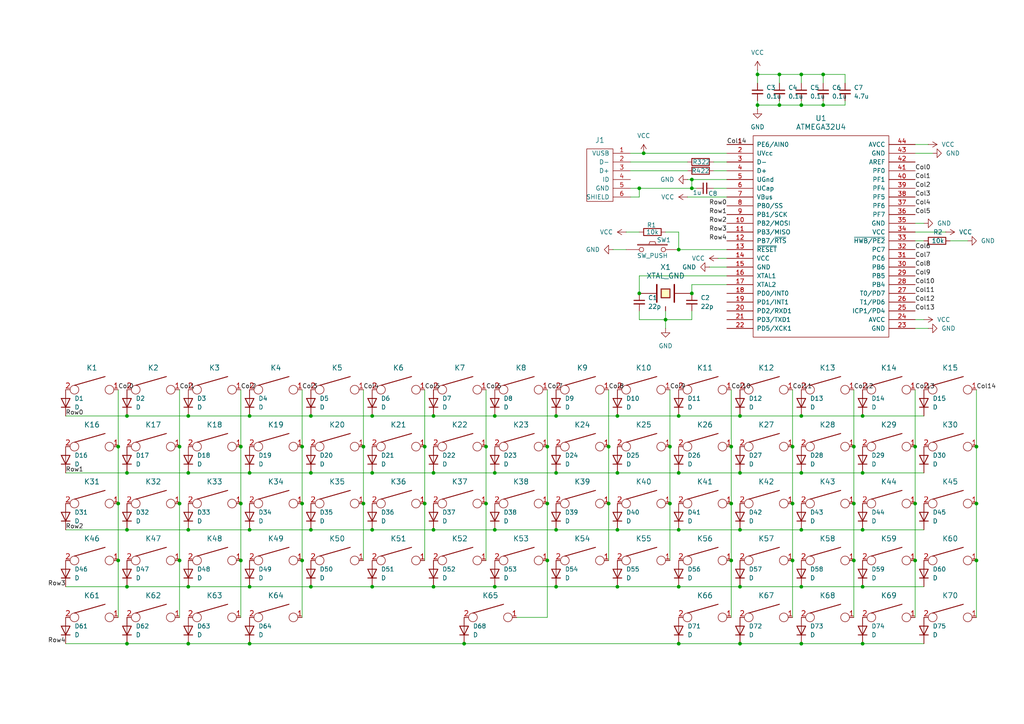
<source format=kicad_sch>
(kicad_sch (version 20250114) (generator "eeschema") (generator_version "9.0")
  (paper "A4")
  (lib_symbols
    (symbol "Device:C_Small" (pin_numbers (hide yes)) (pin_names (offset 0.254) (hide yes))
      (property "Reference" "C" (at 0.254 1.778 0))
      (property "Value" "C_Small" (at 0.254 -2.032 0))
      (symbol "C_Small_1_1"
        (pin passive line (at 0 2.54 270) (length 2.032) (name "~") (number "1"))
        (pin passive line (at 0 -2.54 90) (length 2.032) (name "~") (number "2"))
      )
    )
    (symbol "Device:D" (pin_numbers (hide yes)) (pin_names (offset 1.016) (hide yes))
      (property "Reference" "D" (at 0 2.54 0))
      (property "Value" "D" (at 0 -2.54 0))
      (symbol "D_1_1"
        (pin passive line (at -3.81 0 0) (length 2.54) (name "K") (number "1"))
        (pin passive line (at 3.81 0 180) (length 2.54) (name "A") (number "2"))
      )
    )
    (symbol "Device:R" (pin_numbers (hide yes)) (pin_names (offset 0))
      (property "Reference" "R" (at 2.032 0 90))
      (property "Value" "R" (at 0 0 90))
      (symbol "R_1_1"
        (pin passive line (at 0 3.81 270) (length 1.27) (name "~") (number "1"))
        (pin passive line (at 0 -3.81 90) (length 1.27) (name "~") (number "2"))
      )
    )
    (symbol "keyboard_parts:ATMEGA32U4" (pin_names (offset 1.016))
      (property "Reference" "U" (at 0 -31.75 0))
      (property "Value" "ATMEGA32U4" (at 0 31.75 0))
      (symbol "ATMEGA32U4_1_1"
        (pin bidirectional line (at -26.67 26.67 0) (length 7.62) (name "PE6/AIN0") (number "1"))
        (pin power_in line (at -26.67 24.13 0) (length 7.62) (name "UVcc") (number "2"))
        (pin bidirectional line (at -26.67 21.59 0) (length 7.62) (name "D-") (number "3"))
        (pin bidirectional line (at -26.67 19.05 0) (length 7.62) (name "D+") (number "4"))
        (pin power_in line (at -26.67 16.51 0) (length 7.62) (name "UGnd") (number "5"))
        (pin input line (at -26.67 13.97 0) (length 7.62) (name "UCap") (number "6"))
        (pin input line (at -26.67 11.43 0) (length 7.62) (name "VBus") (number "7"))
        (pin bidirectional line (at -26.67 8.89 0) (length 7.62) (name "PB0/SS") (number "8"))
        (pin bidirectional line (at -26.67 6.35 0) (length 7.62) (name "PB1/SCK") (number "9"))
        (pin bidirectional line (at -26.67 3.81 0) (length 7.62) (name "PB2/MOSI") (number "10"))
        (pin bidirectional line (at -26.67 1.27 0) (length 7.62) (name "PB3/MISO") (number "11"))
        (pin bidirectional line (at -26.67 -1.27 0) (length 7.62) (name "PB7/~{RTS}") (number "12"))
        (pin input line (at -26.67 -3.81 0) (length 7.62) (name "~{RESET}") (number "13"))
        (pin power_in line (at -26.67 -6.35 0) (length 7.62) (name "VCC") (number "14"))
        (pin power_in line (at -26.67 -8.89 0) (length 7.62) (name "GND") (number "15"))
        (pin input line (at -26.67 -11.43 0) (length 7.62) (name "XTAL1") (number "16"))
        (pin output line (at -26.67 -13.97 0) (length 7.62) (name "XTAL2") (number "17"))
        (pin bidirectional line (at -26.67 -16.51 0) (length 7.62) (name "PD0/INT0") (number "18"))
        (pin bidirectional line (at -26.67 -19.05 0) (length 7.62) (name "PD1/INT1") (number "19"))
        (pin bidirectional line (at -26.67 -21.59 0) (length 7.62) (name "PD2/RXD1") (number "20"))
        (pin bidirectional line (at -26.67 -24.13 0) (length 7.62) (name "PD3/TXD1") (number "21"))
        (pin bidirectional line (at -26.67 -26.67 0) (length 7.62) (name "PD5/XCK1") (number "22"))
        (pin power_in line (at 27.94 26.67 180) (length 7.62) (name "AVCC") (number "44"))
        (pin power_in line (at 27.94 24.13 180) (length 7.62) (name "GND") (number "43"))
        (pin input line (at 27.94 21.59 180) (length 7.62) (name "AREF") (number "42"))
        (pin bidirectional line (at 27.94 19.05 180) (length 7.62) (name "PF0") (number "41"))
        (pin bidirectional line (at 27.94 16.51 180) (length 7.62) (name "PF1") (number "40"))
        (pin bidirectional line (at 27.94 13.97 180) (length 7.62) (name "PF4") (number "39"))
        (pin bidirectional line (at 27.94 11.43 180) (length 7.62) (name "PF5") (number "38"))
        (pin bidirectional line (at 27.94 8.89 180) (length 7.62) (name "PF6") (number "37"))
        (pin bidirectional line (at 27.94 6.35 180) (length 7.62) (name "PF7") (number "36"))
        (pin power_in line (at 27.94 3.81 180) (length 7.62) (name "GND") (number "35"))
        (pin power_in line (at 27.94 1.27 180) (length 7.62) (name "VCC") (number "34"))
        (pin bidirectional line (at 27.94 -1.27 180) (length 7.62) (name "~{HWB/PE2}") (number "33"))
        (pin bidirectional line (at 27.94 -3.81 180) (length 7.62) (name "PC7") (number "32"))
        (pin bidirectional line (at 27.94 -6.35 180) (length 7.62) (name "PC6") (number "31"))
        (pin bidirectional line (at 27.94 -8.89 180) (length 7.62) (name "PB6") (number "30"))
        (pin bidirectional line (at 27.94 -11.43 180) (length 7.62) (name "PB5") (number "29"))
        (pin bidirectional line (at 27.94 -13.97 180) (length 7.62) (name "PB4") (number "28"))
        (pin bidirectional line (at 27.94 -16.51 180) (length 7.62) (name "T0/PD7") (number "27"))
        (pin bidirectional line (at 27.94 -19.05 180) (length 7.62) (name "T1/PD6") (number "26"))
        (pin bidirectional line (at 27.94 -21.59 180) (length 7.62) (name "ICP1/PD4") (number "25"))
        (pin power_in line (at 27.94 -24.13 180) (length 7.62) (name "AVCC") (number "24"))
        (pin power_in line (at 27.94 -26.67 180) (length 7.62) (name "GND") (number "23"))
      )
    )
    (symbol "keyboard_parts:KEYSW" (pin_names (offset 1.016))
      (property "Reference" "K?" (at -1.27 0 0))
      (symbol "KEYSW_1_1"
        (pin passive line (at -7.62 0 0) (length 1.27) (name "~") (number "2"))
        (pin passive line (at 7.62 0 180) (length 1.27) (name "~") (number "1"))
      )
    )
    (symbol "keyboard_parts:SW_PUSH" (pin_numbers (hide yes)) (pin_names (offset 1.016) (hide yes))
      (property "Reference" "SW" (at 3.81 2.794 0))
      (property "Value" "SW_PUSH" (at 0 -2.032 0))
      (symbol "SW_PUSH_0_1"
        (pin passive inverted (at -7.62 0 0) (length 5.08) (name "1") (number "1"))
        (pin passive inverted (at 7.62 0 180) (length 5.08) (name "2") (number "2"))
      )
    )
    (symbol "keyboard_parts:USB_mini_micro_B" (pin_names (offset 1.016))
      (property "Reference" "J" (at -10.16 -1.27 0))
      (symbol "USB_mini_micro_B_1_1"
        (pin power_out line (at 3.81 3.81 180) (length 5.08) (name "VUSB") (number "1"))
        (pin bidirectional line (at 3.81 1.27 180) (length 5.08) (name "D-") (number "2"))
        (pin bidirectional line (at 3.81 -1.27 180) (length 5.08) (name "D+") (number "3"))
        (pin input line (at 3.81 -3.81 180) (length 5.08) (name "ID") (number "4"))
        (pin power_out line (at 3.81 -6.35 180) (length 5.08) (name "GND") (number "5"))
        (pin input line (at 3.81 -8.89 180) (length 5.08) (name "SHIELD") (number "6"))
      )
    )
    (symbol "keyboard_parts:XTAL_GND" (pin_numbers (hide yes)) (pin_names (offset 1.016) (hide yes))
      (property "Reference" "X" (at 0 3.81 0))
      (property "Value" "XTAL_GND" (at 0 -3.81 0))
      (symbol "XTAL_GND_1_1"
        (pin passive line (at -7.62 0 0) (length 5.08) (name "1") (number "1"))
        (pin passive line (at 0 -5.08 90) (length 1.27) (name "~") (number "3"))
        (pin passive line (at 7.62 0 180) (length 5.08) (name "2") (number "2"))
      )
    )
    (symbol "power:GND" (power) (pin_numbers (hide yes)) (pin_names (offset 0) (hide yes))
      (property "Value" "GND" (at 0 -3.81 0))
      (symbol "GND_1_1"
        (pin power_in line (at 0 0 270) (length 0) (name "~") (number "1"))
      )
    )
    (symbol "power:VCC" (power) (pin_numbers (hide yes)) (pin_names (offset 0) (hide yes))
      (property "Value" "VCC" (at 0 3.556 0))
      (symbol "VCC_1_1"
        (pin power_in line (at 0 0 90) (length 0) (name "~") (number "1"))
      )
    )
  )
  (junction (at 226.06 30.48))
  (junction (at 90.17 137.16))
  (junction (at 54.61 186.69))
  (junction (at 107.95 170.18))
  (junction (at 250.19 153.67))
  (junction (at 105.41 146.05))
  (junction (at 125.73 120.65))
  (junction (at 250.19 170.18))
  (junction (at 72.39 153.67))
  (junction (at 283.21 162.56))
  (junction (at 143.51 120.65))
  (junction (at 214.63 186.69))
  (junction (at 52.07 162.56))
  (junction (at 214.63 120.65))
  (junction (at 179.07 153.67))
  (junction (at 212.09 146.05))
  (junction (at 250.19 120.65))
  (junction (at 179.07 170.18))
  (junction (at 232.41 120.65))
  (junction (at 72.39 186.69))
  (junction (at 214.63 170.18))
  (junction (at 143.51 137.16))
  (junction (at 34.29 162.56))
  (junction (at 52.07 129.54))
  (junction (at 158.75 146.05))
  (junction (at 200.66 52.07))
  (junction (at 107.95 137.16))
  (junction (at 36.83 170.18))
  (junction (at 214.63 137.16))
  (junction (at 200.66 54.61))
  (junction (at 107.95 120.65))
  (junction (at 212.09 162.56))
  (junction (at 196.85 186.69))
  (junction (at 34.29 146.05))
  (junction (at 229.87 146.05))
  (junction (at 158.75 129.54))
  (junction (at 196.85 137.16))
  (junction (at 214.63 153.67))
  (junction (at 72.39 120.65))
  (junction (at 107.95 153.67))
  (junction (at 72.39 170.18))
  (junction (at 87.63 162.56))
  (junction (at 134.62 186.69))
  (junction (at 54.61 153.67))
  (junction (at 36.83 137.16))
  (junction (at 143.51 153.67))
  (junction (at 200.66 85.09))
  (junction (at 69.85 129.54))
  (junction (at 250.19 137.16))
  (junction (at 219.71 30.48))
  (junction (at 72.39 137.16))
  (junction (at 229.87 129.54))
  (junction (at 90.17 120.65))
  (junction (at 232.41 21.59))
  (junction (at 125.73 137.16))
  (junction (at 194.31 146.05))
  (junction (at 36.83 120.65))
  (junction (at 196.85 153.67))
  (junction (at 232.41 186.69))
  (junction (at 176.53 129.54))
  (junction (at 143.51 170.18))
  (junction (at 247.65 129.54))
  (junction (at 238.76 30.48))
  (junction (at 265.43 129.54))
  (junction (at 185.42 54.61))
  (junction (at 69.85 162.56))
  (junction (at 90.17 170.18))
  (junction (at 185.42 85.09))
  (junction (at 54.61 137.16))
  (junction (at 193.04 92.71))
  (junction (at 194.31 129.54))
  (junction (at 176.53 146.05))
  (junction (at 36.83 153.67))
  (junction (at 54.61 120.65))
  (junction (at 232.41 153.67))
  (junction (at 161.29 137.16))
  (junction (at 140.97 129.54))
  (junction (at 219.71 21.59))
  (junction (at 226.06 21.59))
  (junction (at 161.29 153.67))
  (junction (at 179.07 137.16))
  (junction (at 161.29 170.18))
  (junction (at 265.43 146.05))
  (junction (at 265.43 162.56))
  (junction (at 196.85 170.18))
  (junction (at 34.29 129.54))
  (junction (at 196.85 120.65))
  (junction (at 238.76 21.59))
  (junction (at 52.07 146.05))
  (junction (at 161.29 120.65))
  (junction (at 123.19 129.54))
  (junction (at 140.97 146.05))
  (junction (at 283.21 129.54))
  (junction (at 105.41 129.54))
  (junction (at 232.41 137.16))
  (junction (at 232.41 170.18))
  (junction (at 283.21 146.05))
  (junction (at 69.85 146.05))
  (junction (at 125.73 153.67))
  (junction (at 232.41 30.48))
  (junction (at 179.07 120.65))
  (junction (at 247.65 162.56))
  (junction (at 196.85 72.39))
  (junction (at 90.17 153.67))
  (junction (at 87.63 146.05))
  (junction (at 186.69 44.45))
  (junction (at 247.65 146.05))
  (junction (at 36.83 186.69))
  (junction (at 125.73 170.18))
  (junction (at 54.61 170.18))
  (junction (at 212.09 129.54))
  (junction (at 87.63 129.54))
  (junction (at 123.19 146.05))
  (junction (at 250.19 186.69))
  (junction (at 158.75 162.56))
  (junction (at 229.87 162.56))
  (wire (pts (xy 196.85 72.39) (xy 210.82 72.39)))
  (wire (pts (xy 182.88 44.45) (xy 186.69 44.45)))
  (wire (pts (xy 72.39 186.69) (xy 134.62 186.69)))
  (wire (pts (xy 179.07 120.65) (xy 196.85 120.65)))
  (wire (pts (xy 208.28 74.93) (xy 210.82 74.93)))
  (wire (pts (xy 265.43 113.03) (xy 265.43 129.54)))
  (wire (pts (xy 238.76 21.59) (xy 245.11 21.59)))
  (wire (pts (xy 232.41 137.16) (xy 250.19 137.16)))
  (wire (pts (xy 69.85 129.54) (xy 69.85 146.05)))
  (wire (pts (xy 265.43 162.56) (xy 265.43 179.07)))
  (wire (pts (xy 275.59 69.85) (xy 280.67 69.85)))
  (wire (pts (xy 158.75 113.03) (xy 158.75 129.54)))
  (wire (pts (xy 52.07 113.03) (xy 52.07 129.54)))
  (wire (pts (xy 181.61 67.31) (xy 185.42 67.31)))
  (wire (pts (xy 176.53 113.03) (xy 176.53 129.54)))
  (wire (pts (xy 123.19 129.54) (xy 123.19 146.05)))
  (wire (pts (xy 214.63 186.69) (xy 232.41 186.69)))
  (wire (pts (xy 212.09 146.05) (xy 212.09 162.56)))
  (wire (pts (xy 19.05 137.16) (xy 36.83 137.16)))
  (wire (pts (xy 52.07 146.05) (xy 52.07 162.56)))
  (wire (pts (xy 219.71 30.48) (xy 226.06 30.48)))
  (wire (pts (xy 219.71 20.32) (xy 219.71 21.59)))
  (wire (pts (xy 193.04 92.71) (xy 200.66 92.71)))
  (wire (pts (xy 123.19 113.03) (xy 123.19 129.54)))
  (wire (pts (xy 193.04 67.31) (xy 196.85 67.31)))
  (wire (pts (xy 158.75 129.54) (xy 158.75 146.05)))
  (wire (pts (xy 232.41 153.67) (xy 250.19 153.67)))
  (wire (pts (xy 194.31 113.03) (xy 194.31 129.54)))
  (wire (pts (xy 265.43 44.45) (xy 270.51 44.45)))
  (wire (pts (xy 247.65 129.54) (xy 247.65 146.05)))
  (wire (pts (xy 34.29 129.54) (xy 34.29 146.05)))
  (wire (pts (xy 219.71 29.21) (xy 219.71 30.48)))
  (wire (pts (xy 193.04 92.71) (xy 193.04 95.25)))
  (wire (pts (xy 107.95 120.65) (xy 125.73 120.65)))
  (wire (pts (xy 238.76 30.48) (xy 245.11 30.48)))
  (wire (pts (xy 265.43 64.77) (xy 267.97 64.77)))
  (wire (pts (xy 232.41 29.21) (xy 232.41 30.48)))
  (wire (pts (xy 250.19 137.16) (xy 267.97 137.16)))
  (wire (pts (xy 185.42 85.09) (xy 185.42 80.01)))
  (wire (pts (xy 19.05 153.67) (xy 36.83 153.67)))
  (wire (pts (xy 123.19 146.05) (xy 123.19 162.56)))
  (wire (pts (xy 232.41 30.48) (xy 238.76 30.48)))
  (wire (pts (xy 54.61 120.65) (xy 72.39 120.65)))
  (wire (pts (xy 176.53 129.54) (xy 176.53 146.05)))
  (wire (pts (xy 72.39 120.65) (xy 90.17 120.65)))
  (wire (pts (xy 210.82 82.55) (xy 200.66 82.55)))
  (wire (pts (xy 186.69 44.45) (xy 210.82 44.45)))
  (wire (pts (xy 185.42 54.61) (xy 200.66 54.61)))
  (wire (pts (xy 52.07 129.54) (xy 52.07 146.05)))
  (wire (pts (xy 219.71 21.59) (xy 219.71 24.13)))
  (wire (pts (xy 182.88 49.53) (xy 199.39 49.53)))
  (wire (pts (xy 182.88 46.99) (xy 199.39 46.99)))
  (wire (pts (xy 161.29 120.65) (xy 179.07 120.65)))
  (wire (pts (xy 158.75 179.07) (xy 149.86 179.07)))
  (wire (pts (xy 199.39 52.07) (xy 200.66 52.07)))
  (wire (pts (xy 87.63 146.05) (xy 87.63 162.56)))
  (wire (pts (xy 265.43 67.31) (xy 274.32 67.31)))
  (wire (pts (xy 200.66 52.07) (xy 200.66 54.61)))
  (wire (pts (xy 232.41 21.59) (xy 238.76 21.59)))
  (wire (pts (xy 238.76 29.21) (xy 238.76 30.48)))
  (wire (pts (xy 214.63 137.16) (xy 232.41 137.16)))
  (wire (pts (xy 161.29 170.18) (xy 179.07 170.18)))
  (wire (pts (xy 200.66 92.71) (xy 200.66 90.17)))
  (wire (pts (xy 196.85 137.16) (xy 214.63 137.16)))
  (wire (pts (xy 134.62 186.69) (xy 196.85 186.69)))
  (wire (pts (xy 72.39 137.16) (xy 90.17 137.16)))
  (wire (pts (xy 105.41 146.05) (xy 105.41 162.56)))
  (wire (pts (xy 232.41 186.69) (xy 250.19 186.69)))
  (wire (pts (xy 200.66 52.07) (xy 210.82 52.07)))
  (wire (pts (xy 19.05 170.18) (xy 36.83 170.18)))
  (wire (pts (xy 185.42 92.71) (xy 193.04 92.71)))
  (wire (pts (xy 177.8 72.39) (xy 181.61 72.39)))
  (wire (pts (xy 87.63 162.56) (xy 87.63 179.07)))
  (wire (pts (xy 250.19 186.69) (xy 267.97 186.69)))
  (wire (pts (xy 87.63 113.03) (xy 87.63 129.54)))
  (wire (pts (xy 245.11 21.59) (xy 245.11 24.13)))
  (wire (pts (xy 185.42 92.71) (xy 185.42 90.17)))
  (wire (pts (xy 219.71 30.48) (xy 219.71 31.75)))
  (wire (pts (xy 69.85 113.03) (xy 69.85 129.54)))
  (wire (pts (xy 247.65 146.05) (xy 247.65 162.56)))
  (wire (pts (xy 182.88 57.15) (xy 185.42 57.15)))
  (wire (pts (xy 125.73 120.65) (xy 143.51 120.65)))
  (wire (pts (xy 212.09 129.54) (xy 212.09 146.05)))
  (wire (pts (xy 232.41 170.18) (xy 250.19 170.18)))
  (wire (pts (xy 72.39 170.18) (xy 90.17 170.18)))
  (wire (pts (xy 214.63 120.65) (xy 232.41 120.65)))
  (wire (pts (xy 90.17 120.65) (xy 107.95 120.65)))
  (wire (pts (xy 54.61 153.67) (xy 72.39 153.67)))
  (wire (pts (xy 107.95 153.67) (xy 125.73 153.67)))
  (wire (pts (xy 265.43 95.25) (xy 269.24 95.25)))
  (wire (pts (xy 107.95 137.16) (xy 125.73 137.16)))
  (wire (pts (xy 140.97 146.05) (xy 140.97 162.56)))
  (wire (pts (xy 19.05 120.65) (xy 36.83 120.65)))
  (wire (pts (xy 207.01 49.53) (xy 210.82 49.53)))
  (wire (pts (xy 87.63 129.54) (xy 87.63 146.05)))
  (wire (pts (xy 179.07 137.16) (xy 196.85 137.16)))
  (wire (pts (xy 52.07 162.56) (xy 52.07 179.07)))
  (wire (pts (xy 125.73 170.18) (xy 143.51 170.18)))
  (wire (pts (xy 107.95 170.18) (xy 125.73 170.18)))
  (wire (pts (xy 196.85 170.18) (xy 214.63 170.18)))
  (wire (pts (xy 229.87 146.05) (xy 229.87 162.56)))
  (wire (pts (xy 143.51 153.67) (xy 161.29 153.67)))
  (wire (pts (xy 250.19 170.18) (xy 267.97 170.18)))
  (wire (pts (xy 229.87 129.54) (xy 229.87 146.05)))
  (wire (pts (xy 199.39 57.15) (xy 210.82 57.15)))
  (wire (pts (xy 36.83 170.18) (xy 54.61 170.18)))
  (wire (pts (xy 182.88 54.61) (xy 185.42 54.61)))
  (wire (pts (xy 34.29 162.56) (xy 34.29 179.07)))
  (wire (pts (xy 54.61 137.16) (xy 72.39 137.16)))
  (wire (pts (xy 214.63 170.18) (xy 232.41 170.18)))
  (wire (pts (xy 161.29 153.67) (xy 179.07 153.67)))
  (wire (pts (xy 34.29 146.05) (xy 34.29 162.56)))
  (wire (pts (xy 247.65 113.03) (xy 247.65 129.54)))
  (wire (pts (xy 196.85 186.69) (xy 214.63 186.69)))
  (wire (pts (xy 200.66 82.55) (xy 200.66 85.09)))
  (wire (pts (xy 283.21 146.05) (xy 283.21 162.56)))
  (wire (pts (xy 232.41 21.59) (xy 232.41 24.13)))
  (wire (pts (xy 54.61 186.69) (xy 72.39 186.69)))
  (wire (pts (xy 247.65 162.56) (xy 247.65 179.07)))
  (wire (pts (xy 179.07 153.67) (xy 196.85 153.67)))
  (wire (pts (xy 196.85 153.67) (xy 214.63 153.67)))
  (wire (pts (xy 226.06 30.48) (xy 232.41 30.48)))
  (wire (pts (xy 196.85 120.65) (xy 214.63 120.65)))
  (wire (pts (xy 125.73 153.67) (xy 143.51 153.67)))
  (wire (pts (xy 143.51 120.65) (xy 161.29 120.65)))
  (wire (pts (xy 36.83 186.69) (xy 54.61 186.69)))
  (wire (pts (xy 158.75 146.05) (xy 158.75 162.56)))
  (wire (pts (xy 207.01 46.99) (xy 210.82 46.99)))
  (wire (pts (xy 212.09 162.56) (xy 212.09 179.07)))
  (wire (pts (xy 205.74 77.47) (xy 210.82 77.47)))
  (wire (pts (xy 265.43 69.85) (xy 267.97 69.85)))
  (wire (pts (xy 212.09 113.03) (xy 212.09 129.54)))
  (wire (pts (xy 283.21 129.54) (xy 283.21 146.05)))
  (wire (pts (xy 226.06 21.59) (xy 232.41 21.59)))
  (wire (pts (xy 207.01 54.61) (xy 210.82 54.61)))
  (wire (pts (xy 161.29 137.16) (xy 179.07 137.16)))
  (wire (pts (xy 265.43 129.54) (xy 265.43 146.05)))
  (wire (pts (xy 200.66 54.61) (xy 201.93 54.61)))
  (wire (pts (xy 194.31 146.05) (xy 194.31 162.56)))
  (wire (pts (xy 34.29 113.03) (xy 34.29 129.54)))
  (wire (pts (xy 69.85 146.05) (xy 69.85 162.56)))
  (wire (pts (xy 19.05 186.69) (xy 36.83 186.69)))
  (wire (pts (xy 196.85 67.31) (xy 196.85 72.39)))
  (wire (pts (xy 185.42 80.01) (xy 210.82 80.01)))
  (wire (pts (xy 245.11 30.48) (xy 245.11 29.21)))
  (wire (pts (xy 265.43 92.71) (xy 267.97 92.71)))
  (wire (pts (xy 229.87 162.56) (xy 229.87 179.07)))
  (wire (pts (xy 69.85 162.56) (xy 69.85 179.07)))
  (wire (pts (xy 238.76 21.59) (xy 238.76 24.13)))
  (wire (pts (xy 105.41 129.54) (xy 105.41 146.05)))
  (wire (pts (xy 185.42 57.15) (xy 185.42 54.61)))
  (wire (pts (xy 219.71 21.59) (xy 226.06 21.59)))
  (wire (pts (xy 232.41 120.65) (xy 250.19 120.65)))
  (wire (pts (xy 140.97 113.03) (xy 140.97 129.54)))
  (wire (pts (xy 105.41 113.03) (xy 105.41 129.54)))
  (wire (pts (xy 90.17 170.18) (xy 107.95 170.18)))
  (wire (pts (xy 158.75 162.56) (xy 158.75 179.07)))
  (wire (pts (xy 90.17 153.67) (xy 107.95 153.67)))
  (wire (pts (xy 179.07 170.18) (xy 196.85 170.18)))
  (wire (pts (xy 143.51 137.16) (xy 161.29 137.16)))
  (wire (pts (xy 140.97 129.54) (xy 140.97 146.05)))
  (wire (pts (xy 72.39 153.67) (xy 90.17 153.67)))
  (wire (pts (xy 36.83 137.16) (xy 54.61 137.16)))
  (wire (pts (xy 226.06 29.21) (xy 226.06 30.48)))
  (wire (pts (xy 229.87 113.03) (xy 229.87 129.54)))
  (wire (pts (xy 36.83 120.65) (xy 54.61 120.65)))
  (wire (pts (xy 283.21 113.03) (xy 283.21 129.54)))
  (wire (pts (xy 194.31 129.54) (xy 194.31 146.05)))
  (wire (pts (xy 250.19 153.67) (xy 267.97 153.67)))
  (wire (pts (xy 54.61 170.18) (xy 72.39 170.18)))
  (wire (pts (xy 250.19 120.65) (xy 267.97 120.65)))
  (wire (pts (xy 226.06 21.59) (xy 226.06 24.13)))
  (wire (pts (xy 265.43 146.05) (xy 265.43 162.56)))
  (wire (pts (xy 265.43 41.91) (xy 269.24 41.91)))
  (wire (pts (xy 214.63 153.67) (xy 232.41 153.67)))
  (wire (pts (xy 176.53 146.05) (xy 176.53 162.56)))
  (wire (pts (xy 125.73 137.16) (xy 143.51 137.16)))
  (wire (pts (xy 143.51 170.18) (xy 161.29 170.18)))
  (wire (pts (xy 283.21 162.56) (xy 283.21 179.07)))
  (wire (pts (xy 193.04 90.17) (xy 193.04 92.71)))
  (wire (pts (xy 90.17 137.16) (xy 107.95 137.16)))
  (wire (pts (xy 36.83 153.67) (xy 54.61 153.67)))
  (label "Row0" (at 19.05 120.65 0))
  (label "Col8" (at 265.43 77.47 0))
  (label "Col13" (at 265.43 90.17 0))
  (label "Col3" (at 87.63 113.03 0))
  (label "Col8" (at 176.53 113.03 0))
  (label "Col2" (at 265.43 54.61 0))
  (label "Row1" (at 19.05 137.16 0))
  (label "Col11" (at 265.43 85.09 0))
  (label "Col2" (at 69.85 113.03 0))
  (label "Col4" (at 105.41 113.03 0))
  (label "Row3" (at 210.82 67.31 180))
  (label "Col12" (at 265.43 87.63 0))
  (label "Col7" (at 158.75 113.03 0))
  (label "Row2" (at 210.82 64.77 180))
  (label "Row4" (at 210.82 69.85 180))
  (label "Col12" (at 247.65 113.03 0))
  (label "Row1" (at 210.82 62.23 180))
  (label "Col14" (at 283.21 113.03 0))
  (label "Row3" (at 19.05 170.18 180))
  (label "Col10" (at 265.43 82.55 0))
  (label "Col4" (at 265.43 59.69 0))
  (label "Row2" (at 19.05 153.67 0))
  (label "Col10" (at 212.09 113.03 0))
  (label "Col9" (at 194.31 113.03 0))
  (label "Col1" (at 52.07 113.03 0))
  (label "Col13" (at 265.43 113.03 0))
  (label "Col3" (at 265.43 57.15 0))
  (label "Col5" (at 265.43 62.23 0))
  (label "Col0" (at 34.29 113.03 0))
  (label "Col9" (at 265.43 80.01 0))
  (label "Col7" (at 265.43 74.93 0))
  (label "Col1" (at 265.43 52.07 0))
  (label "Col0" (at 265.43 49.53 0))
  (label "Row4" (at 19.05 186.69 180))
  (label "Col11" (at 229.87 113.03 0))
  (label "Col6" (at 265.43 72.39 0))
  (label "Col6" (at 140.97 113.03 0))
  (label "Row0" (at 210.82 59.69 180))
  (label "Col14" (at 210.82 41.91 0))
  (label "Col5" (at 123.19 113.03 0))
  (symbol (lib_id "keyboard_parts:KEYSW") (at 44.45 146.05 0) (unit 1)
    (property "Reference" "K32" (at 44.45 139.7 0) (effects (font (size 1.524 1.524))))
    (property "Value" "KEYSW" (effects (hide yes)))
    (property "Footprint" "keebs.pretty-master:Mx_Alps_100" (effects (hide yes)))
  )
  (symbol (lib_id "Device:D") (at 214.63 116.84 90) (unit 1)
    (property "Reference" "D12" (at 217.17 115.5699 90) (effects (justify right)))
    (property "Value" "D" (at 217.17 118.1099 90) (effects (justify right)))
    (property "Footprint" "keyboard_parts.pretty-master:D_SOD123_axial" (effects (hide yes)))
    (property "Description" "Diode" (effects (hide yes)))
    (property "Sim.Device" "D" (effects (hide yes)))
    (property "Sim.Pins" "1=K 2=A" (effects (hide yes)))
  )
  (symbol (lib_id "Device:D") (at 72.39 166.37 90) (unit 1)
    (property "Reference" "D49" (at 74.93 165.0999 90) (effects (justify right)))
    (property "Value" "D" (at 74.93 167.6399 90) (effects (justify right)))
    (property "Footprint" "keyboard_parts.pretty-master:D_SOD123_axial" (effects (hide yes)))
    (property "Description" "Diode" (effects (hide yes)))
    (property "Sim.Device" "D" (effects (hide yes)))
    (property "Sim.Pins" "1=K 2=A" (effects (hide yes)))
  )
  (symbol (lib_id "Device:D") (at 54.61 149.86 90) (unit 1)
    (property "Reference" "D33" (at 57.15 148.5899 90) (effects (justify right)))
    (property "Value" "D" (at 57.15 151.1299 90) (effects (justify right)))
    (property "Footprint" "keyboard_parts.pretty-master:D_SOD123_axial" (effects (hide yes)))
    (property "Description" "Diode" (effects (hide yes)))
    (property "Sim.Device" "D" (effects (hide yes)))
    (property "Sim.Pins" "1=K 2=A" (effects (hide yes)))
  )
  (symbol (lib_id "Device:D") (at 161.29 133.35 90) (unit 1)
    (property "Reference" "D24" (at 163.83 132.0799 90) (effects (justify right)))
    (property "Value" "D" (at 163.83 134.6199 90) (effects (justify right)))
    (property "Footprint" "keyboard_parts.pretty-master:D_SOD123_axial" (effects (hide yes)))
    (property "Description" "Diode" (effects (hide yes)))
    (property "Sim.Device" "D" (effects (hide yes)))
    (property "Sim.Pins" "1=K 2=A" (effects (hide yes)))
  )
  (symbol (lib_id "power:GND") (at 267.97 64.77 90) (unit 1)
    (property "Reference" "#PWR015" (effects (hide yes)))
    (property "Value" "GND" (at 271.78 64.7699 90) (effects (justify right)))
    (property "Description" "Power symbol creates a global label with name \"GND\" , ground" (effects (hide yes)))
  )
  (symbol (lib_id "keyboard_parts:KEYSW") (at 97.79 162.56 0) (unit 1)
    (property "Reference" "K50" (at 97.79 156.21 0) (effects (font (size 1.524 1.524))))
    (property "Value" "KEYSW" (effects (hide yes)))
    (property "Footprint" "keebs.pretty-master:Mx_Alps_100" (effects (hide yes)))
  )
  (symbol (lib_id "keyboard_parts:KEYSW") (at 80.01 162.56 0) (unit 1)
    (property "Reference" "K49" (at 80.01 156.21 0) (effects (font (size 1.524 1.524))))
    (property "Value" "KEYSW" (effects (hide yes)))
    (property "Footprint" "keebs.pretty-master:Mx_Alps_100" (effects (hide yes)))
  )
  (symbol (lib_id "keyboard_parts:KEYSW") (at 222.25 146.05 0) (unit 1)
    (property "Reference" "K42" (at 222.25 139.7 0) (effects (font (size 1.524 1.524))))
    (property "Value" "KEYSW" (effects (hide yes)))
    (property "Footprint" "keebs.pretty-master:Mx_Alps_100" (effects (hide yes)))
  )
  (symbol (lib_id "keyboard_parts:KEYSW") (at 240.03 129.54 0) (unit 1)
    (property "Reference" "K28" (at 240.03 123.19 0) (effects (font (size 1.524 1.524))))
    (property "Value" "KEYSW" (effects (hide yes)))
    (property "Footprint" "keebs.pretty-master:Mx_Alps_100" (effects (hide yes)))
  )
  (symbol (lib_id "Device:D") (at 250.19 166.37 90) (unit 1)
    (property "Reference" "D59" (at 252.73 165.0999 90) (effects (justify right)))
    (property "Value" "D" (at 252.73 167.6399 90) (effects (justify right)))
    (property "Footprint" "keyboard_parts.pretty-master:D_SOD123_axial" (effects (hide yes)))
    (property "Description" "Diode" (effects (hide yes)))
    (property "Sim.Device" "D" (effects (hide yes)))
    (property "Sim.Pins" "1=K 2=A" (effects (hide yes)))
  )
  (symbol (lib_id "power:GND") (at 205.74 77.47 270) (unit 1)
    (property "Reference" "#PWR012" (effects (hide yes)))
    (property "Value" "GND" (at 201.93 77.4699 90) (effects (justify right)))
    (property "Description" "Power symbol creates a global label with name \"GND\" , ground" (effects (hide yes)))
  )
  (symbol (lib_id "Device:R") (at 203.2 46.99 90) (unit 1)
    (property "Reference" "R3" (at 202.184 46.99 90))
    (property "Value" "22" (at 204.724 46.99 90))
    (property "Footprint" "Resistor_SMD:R_0805_2012Metric_Pad1.20x1.40mm_HandSolder" (effects (hide yes)))
    (property "Description" "Resistor" (effects (hide yes)))
  )
  (symbol (lib_id "keyboard_parts:XTAL_GND") (at 193.04 85.09 0) (unit 1)
    (property "Reference" "X1" (at 193.04 77.47 0) (effects (font (size 1.524 1.524))))
    (property "Value" "XTAL_GND" (at 193.04 80.01 0) (effects (font (size 1.524 1.524))))
    (property "Footprint" "Crystal:Crystal_SMD_SeikoEpson_FA238-4Pin_3.2x2.5mm_HandSoldering" (effects (hide yes)))
  )
  (symbol (lib_id "Device:D") (at 90.17 166.37 90) (unit 1)
    (property "Reference" "D50" (at 92.71 165.0999 90) (effects (justify right)))
    (property "Value" "D" (at 92.71 167.6399 90) (effects (justify right)))
    (property "Footprint" "keyboard_parts.pretty-master:D_SOD123_axial" (effects (hide yes)))
    (property "Description" "Diode" (effects (hide yes)))
    (property "Sim.Device" "D" (effects (hide yes)))
    (property "Sim.Pins" "1=K 2=A" (effects (hide yes)))
  )
  (symbol (lib_id "Device:D") (at 36.83 182.88 90) (unit 1)
    (property "Reference" "D62" (at 39.37 181.6099 90) (effects (justify right)))
    (property "Value" "D" (at 39.37 184.1499 90) (effects (justify right)))
    (property "Footprint" "keyboard_parts.pretty-master:D_SOD123_axial" (effects (hide yes)))
    (property "Description" "Diode" (effects (hide yes)))
    (property "Sim.Device" "D" (effects (hide yes)))
    (property "Sim.Pins" "1=K 2=A" (effects (hide yes)))
  )
  (symbol (lib_id "keyboard_parts:KEYSW") (at 275.59 162.56 0) (unit 1)
    (property "Reference" "K60" (at 275.59 156.21 0) (effects (font (size 1.524 1.524))))
    (property "Value" "KEYSW" (effects (hide yes)))
    (property "Footprint" "keebs.pretty-master:Mx_Alps_100" (effects (hide yes)))
  )
  (symbol (lib_id "keyboard_parts:KEYSW") (at 62.23 129.54 0) (unit 1)
    (property "Reference" "K18" (at 62.23 123.19 0) (effects (font (size 1.524 1.524))))
    (property "Value" "KEYSW" (effects (hide yes)))
    (property "Footprint" "keebs.pretty-master:Mx_Alps_100" (effects (hide yes)))
  )
  (symbol (lib_id "keyboard_parts:KEYSW") (at 151.13 162.56 0) (unit 1)
    (property "Reference" "K53" (at 151.13 156.21 0) (effects (font (size 1.524 1.524))))
    (property "Value" "KEYSW" (effects (hide yes)))
    (property "Footprint" "keebs.pretty-master:Mx_Alps_100" (effects (hide yes)))
  )
  (symbol (lib_id "Device:D") (at 232.41 133.35 90) (unit 1)
    (property "Reference" "D28" (at 234.95 132.0799 90) (effects (justify right)))
    (property "Value" "D" (at 234.95 134.6199 90) (effects (justify right)))
    (property "Footprint" "keyboard_parts.pretty-master:D_SOD123_axial" (effects (hide yes)))
    (property "Description" "Diode" (effects (hide yes)))
    (property "Sim.Device" "D" (effects (hide yes)))
    (property "Sim.Pins" "1=K 2=A" (effects (hide yes)))
  )
  (symbol (lib_id "keyboard_parts:KEYSW") (at 133.35 129.54 0) (unit 1)
    (property "Reference" "K22" (at 133.35 123.19 0) (effects (font (size 1.524 1.524))))
    (property "Value" "KEYSW" (effects (hide yes)))
    (property "Footprint" "keebs.pretty-master:Mx_Alps_100" (effects (hide yes)))
  )
  (symbol (lib_id "keyboard_parts:KEYSW") (at 62.23 179.07 0) (unit 1)
    (property "Reference" "K63" (at 62.23 172.72 0) (effects (font (size 1.524 1.524))))
    (property "Value" "KEYSW" (effects (hide yes)))
    (property "Footprint" "keebs.pretty-master:Mx_Alps_100" (effects (hide yes)))
  )
  (symbol (lib_id "power:VCC") (at 199.39 57.15 90) (unit 1)
    (property "Reference" "#PWR017" (effects (hide yes)))
    (property "Value" "VCC" (at 195.58 57.1499 90) (effects (justify left)))
    (property "Description" "Power symbol creates a global label with name \"VCC\"" (effects (hide yes)))
  )
  (symbol (lib_id "keyboard_parts:SW_PUSH") (at 189.23 72.39 0) (unit 1)
    (property "Reference" "SW1" (at 192.532 69.596 0))
    (property "Value" "SW_PUSH" (at 189.23 74.168 0))
    (property "Footprint" "Button_Switch_SMD:SW_SPST_TL3342" (effects (hide yes)))
  )
  (symbol (lib_id "Device:D") (at 134.62 182.88 90) (unit 1)
    (property "Reference" "D68" (at 137.16 181.6099 90) (effects (justify right)))
    (property "Value" "D" (at 137.16 184.1499 90) (effects (justify right)))
    (property "Footprint" "keyboard_parts.pretty-master:D_SOD123_axial" (effects (hide yes)))
    (property "Description" "Diode" (effects (hide yes)))
    (property "Sim.Device" "D" (effects (hide yes)))
    (property "Sim.Pins" "1=K 2=A" (effects (hide yes)))
  )
  (symbol (lib_id "Device:D") (at 90.17 133.35 90) (unit 1)
    (property "Reference" "D20" (at 92.71 132.0799 90) (effects (justify right)))
    (property "Value" "D" (at 92.71 134.6199 90) (effects (justify right)))
    (property "Footprint" "keyboard_parts.pretty-master:D_SOD123_axial" (effects (hide yes)))
    (property "Description" "Diode" (effects (hide yes)))
    (property "Sim.Device" "D" (effects (hide yes)))
    (property "Sim.Pins" "1=K 2=A" (effects (hide yes)))
  )
  (symbol (lib_id "keyboard_parts:KEYSW") (at 44.45 162.56 0) (unit 1)
    (property "Reference" "K47" (at 44.45 156.21 0) (effects (font (size 1.524 1.524))))
    (property "Value" "KEYSW" (effects (hide yes)))
    (property "Footprint" "keebs.pretty-master:Mx_Alps_100" (effects (hide yes)))
  )
  (symbol (lib_id "keyboard_parts:KEYSW") (at 80.01 146.05 0) (unit 1)
    (property "Reference" "K34" (at 80.01 139.7 0) (effects (font (size 1.524 1.524))))
    (property "Value" "KEYSW" (effects (hide yes)))
    (property "Footprint" "keebs.pretty-master:Mx_Alps_100" (effects (hide yes)))
  )
  (symbol (lib_id "Device:C_Small") (at 204.47 54.61 90) (unit 1)
    (property "Reference" "C8" (at 206.756 56.134 90))
    (property "Value" "1u" (at 202.184 55.88 90))
    (property "Footprint" "Capacitor_SMD:C_0805_2012Metric_Pad1.18x1.45mm_HandSolder" (effects (hide yes)))
    (property "Description" "Unpolarized capacitor, small symbol" (effects (hide yes)))
  )
  (symbol (lib_id "keyboard_parts:KEYSW") (at 115.57 113.03 0) (unit 1)
    (property "Reference" "K6" (at 115.57 106.68 0) (effects (font (size 1.524 1.524))))
    (property "Value" "KEYSW" (effects (hide yes)))
    (property "Footprint" "keebs.pretty-master:Mx_Alps_100" (effects (hide yes)))
  )
  (symbol (lib_id "Device:D") (at 267.97 116.84 90) (unit 1)
    (property "Reference" "D15" (at 270.51 115.5699 90) (effects (justify right)))
    (property "Value" "D" (at 270.51 118.1099 90) (effects (justify right)))
    (property "Footprint" "keyboard_parts.pretty-master:D_SOD123_axial" (effects (hide yes)))
    (property "Description" "Diode" (effects (hide yes)))
    (property "Sim.Device" "D" (effects (hide yes)))
    (property "Sim.Pins" "1=K 2=A" (effects (hide yes)))
  )
  (symbol (lib_id "keyboard_parts:KEYSW") (at 80.01 129.54 0) (unit 1)
    (property "Reference" "K19" (at 80.01 123.19 0) (effects (font (size 1.524 1.524))))
    (property "Value" "KEYSW" (effects (hide yes)))
    (property "Footprint" "keebs.pretty-master:Mx_Alps_100" (effects (hide yes)))
  )
  (symbol (lib_id "keyboard_parts:KEYSW") (at 240.03 179.07 0) (unit 1)
    (property "Reference" "K68" (at 240.03 172.72 0) (effects (font (size 1.524 1.524))))
    (property "Value" "KEYSW" (effects (hide yes)))
    (property "Footprint" "keebs.pretty-master:Mx_Alps_100" (effects (hide yes)))
  )
  (symbol (lib_id "Device:D") (at 232.41 149.86 90) (unit 1)
    (property "Reference" "D43" (at 234.95 148.5899 90) (effects (justify right)))
    (property "Value" "D" (at 234.95 151.1299 90) (effects (justify right)))
    (property "Footprint" "keyboard_parts.pretty-master:D_SOD123_axial" (effects (hide yes)))
    (property "Description" "Diode" (effects (hide yes)))
    (property "Sim.Device" "D" (effects (hide yes)))
    (property "Sim.Pins" "1=K 2=A" (effects (hide yes)))
  )
  (symbol (lib_id "power:VCC") (at 274.32 67.31 270) (unit 1)
    (property "Reference" "#PWR016" (effects (hide yes)))
    (property "Value" "VCC" (at 278.13 67.3099 90) (effects (justify left)))
    (property "Description" "Power symbol creates a global label with name \"VCC\"" (effects (hide yes)))
  )
  (symbol (lib_id "Device:D") (at 196.85 182.88 90) (unit 1)
    (property "Reference" "D71" (at 199.39 181.6099 90) (effects (justify right)))
    (property "Value" "D" (at 199.39 184.1499 90) (effects (justify right)))
    (property "Footprint" "keyboard_parts.pretty-master:D_SOD123_axial" (effects (hide yes)))
    (property "Description" "Diode" (effects (hide yes)))
    (property "Sim.Device" "D" (effects (hide yes)))
    (property "Sim.Pins" "1=K 2=A" (effects (hide yes)))
  )
  (symbol (lib_id "keyboard_parts:KEYSW") (at 133.35 113.03 0) (unit 1)
    (property "Reference" "K7" (at 133.35 106.68 0) (effects (font (size 1.524 1.524))))
    (property "Value" "KEYSW" (effects (hide yes)))
    (property "Footprint" "keebs.pretty-master:Mx_Alps_100" (effects (hide yes)))
  )
  (symbol (lib_id "Device:D") (at 232.41 182.88 90) (unit 1)
    (property "Reference" "D73" (at 234.95 181.6099 90) (effects (justify right)))
    (property "Value" "D" (at 234.95 184.1499 90) (effects (justify right)))
    (property "Footprint" "keyboard_parts.pretty-master:D_SOD123_axial" (effects (hide yes)))
    (property "Description" "Diode" (effects (hide yes)))
    (property "Sim.Device" "D" (effects (hide yes)))
    (property "Sim.Pins" "1=K 2=A" (effects (hide yes)))
  )
  (symbol (lib_id "keyboard_parts:KEYSW") (at 222.25 162.56 0) (unit 1)
    (property "Reference" "K57" (at 222.25 156.21 0) (effects (font (size 1.524 1.524))))
    (property "Value" "KEYSW" (effects (hide yes)))
    (property "Footprint" "keebs.pretty-master:Mx_Alps_100" (effects (hide yes)))
  )
  (symbol (lib_id "keyboard_parts:KEYSW") (at 168.91 162.56 0) (unit 1)
    (property "Reference" "K54" (at 168.91 156.21 0) (effects (font (size 1.524 1.524))))
    (property "Value" "KEYSW" (effects (hide yes)))
    (property "Footprint" "keebs.pretty-master:Mx_Alps_100" (effects (hide yes)))
  )
  (symbol (lib_id "Device:D") (at 250.19 182.88 90) (unit 1)
    (property "Reference" "D74" (at 252.73 181.6099 90) (effects (justify right)))
    (property "Value" "D" (at 252.73 184.1499 90) (effects (justify right)))
    (property "Footprint" "keyboard_parts.pretty-master:D_SOD123_axial" (effects (hide yes)))
    (property "Description" "Diode" (effects (hide yes)))
    (property "Sim.Device" "D" (effects (hide yes)))
    (property "Sim.Pins" "1=K 2=A" (effects (hide yes)))
  )
  (symbol (lib_id "Device:D") (at 179.07 116.84 90) (unit 1)
    (property "Reference" "D10" (at 181.61 115.5699 90) (effects (justify right)))
    (property "Value" "D" (at 181.61 118.1099 90) (effects (justify right)))
    (property "Footprint" "keyboard_parts.pretty-master:D_SOD123_axial" (effects (hide yes)))
    (property "Description" "Diode" (effects (hide yes)))
    (property "Sim.Device" "D" (effects (hide yes)))
    (property "Sim.Pins" "1=K 2=A" (effects (hide yes)))
  )
  (symbol (lib_id "keyboard_parts:KEYSW") (at 97.79 129.54 0) (unit 1)
    (property "Reference" "K20" (at 97.79 123.19 0) (effects (font (size 1.524 1.524))))
    (property "Value" "KEYSW" (effects (hide yes)))
    (property "Footprint" "keebs.pretty-master:Mx_Alps_100" (effects (hide yes)))
  )
  (symbol (lib_id "keyboard_parts:KEYSW") (at 257.81 179.07 0) (unit 1)
    (property "Reference" "K69" (at 257.81 172.72 0) (effects (font (size 1.524 1.524))))
    (property "Value" "KEYSW" (effects (hide yes)))
    (property "Footprint" "keebs.pretty-master:Mx_Alps_100" (effects (hide yes)))
  )
  (symbol (lib_id "keyboard_parts:KEYSW") (at 275.59 146.05 0) (unit 1)
    (property "Reference" "K45" (at 275.59 139.7 0) (effects (font (size 1.524 1.524))))
    (property "Value" "KEYSW" (effects (hide yes)))
    (property "Footprint" "keebs.pretty-master:Mx_Alps_100" (effects (hide yes)))
  )
  (symbol (lib_id "Device:D") (at 72.39 149.86 90) (unit 1)
    (property "Reference" "D34" (at 74.93 148.5899 90) (effects (justify right)))
    (property "Value" "D" (at 74.93 151.1299 90) (effects (justify right)))
    (property "Footprint" "keyboard_parts.pretty-master:D_SOD123_axial" (effects (hide yes)))
    (property "Description" "Diode" (effects (hide yes)))
    (property "Sim.Device" "D" (effects (hide yes)))
    (property "Sim.Pins" "1=K 2=A" (effects (hide yes)))
  )
  (symbol (lib_id "Device:D") (at 232.41 166.37 90) (unit 1)
    (property "Reference" "D58" (at 234.95 165.0999 90) (effects (justify right)))
    (property "Value" "D" (at 234.95 167.6399 90) (effects (justify right)))
    (property "Footprint" "keyboard_parts.pretty-master:D_SOD123_axial" (effects (hide yes)))
    (property "Description" "Diode" (effects (hide yes)))
    (property "Sim.Device" "D" (effects (hide yes)))
    (property "Sim.Pins" "1=K 2=A" (effects (hide yes)))
  )
  (symbol (lib_id "keyboard_parts:KEYSW") (at 44.45 113.03 0) (unit 1)
    (property "Reference" "K2" (at 44.45 106.68 0) (effects (font (size 1.524 1.524))))
    (property "Value" "KEYSW" (effects (hide yes)))
    (property "Footprint" "keebs.pretty-master:Mx_Alps_100" (effects (hide yes)))
  )
  (symbol (lib_id "keyboard_parts:KEYSW") (at 26.67 146.05 0) (unit 1)
    (property "Reference" "K31" (at 26.67 139.7 0) (effects (font (size 1.524 1.524))))
    (property "Value" "KEYSW" (effects (hide yes)))
    (property "Footprint" "keebs.pretty-master:Mx_Alps_100" (effects (hide yes)))
  )
  (symbol (lib_id "Device:C_Small") (at 238.76 26.67 0) (unit 1)
    (property "Reference" "C6" (at 241.3 25.4062 0) (effects (justify left)))
    (property "Value" "0.1u" (at 241.3 27.9462 0) (effects (justify left)))
    (property "Footprint" "Capacitor_SMD:C_0805_2012Metric_Pad1.18x1.45mm_HandSolder" (effects (hide yes)))
    (property "Description" "Unpolarized capacitor, small symbol" (effects (hide yes)))
  )
  (symbol (lib_id "keyboard_parts:KEYSW") (at 115.57 129.54 0) (unit 1)
    (property "Reference" "K21" (at 115.57 123.19 0) (effects (font (size 1.524 1.524))))
    (property "Value" "KEYSW" (effects (hide yes)))
    (property "Footprint" "keebs.pretty-master:Mx_Alps_100" (effects (hide yes)))
  )
  (symbol (lib_id "keyboard_parts:KEYSW") (at 257.81 129.54 0) (unit 1)
    (property "Reference" "K29" (at 257.81 123.19 0) (effects (font (size 1.524 1.524))))
    (property "Value" "KEYSW" (effects (hide yes)))
    (property "Footprint" "keebs.pretty-master:Mx_Alps_100" (effects (hide yes)))
  )
  (symbol (lib_id "Device:D") (at 19.05 166.37 90) (unit 1)
    (property "Reference" "D46" (at 21.59 165.0999 90) (effects (justify right)))
    (property "Value" "D" (at 21.59 167.6399 90) (effects (justify right)))
    (property "Footprint" "keyboard_parts.pretty-master:D_SOD123_axial" (effects (hide yes)))
    (property "Description" "Diode" (effects (hide yes)))
    (property "Sim.Device" "D" (effects (hide yes)))
    (property "Sim.Pins" "1=K 2=A" (effects (hide yes)))
  )
  (symbol (lib_id "keyboard_parts:KEYSW") (at 26.67 113.03 0) (unit 1)
    (property "Reference" "K1" (at 26.67 106.68 0) (effects (font (size 1.524 1.524))))
    (property "Value" "KEYSW" (effects (hide yes)))
    (property "Footprint" "keebs.pretty-master:Mx_Alps_100" (effects (hide yes)))
  )
  (symbol (lib_id "Device:D") (at 196.85 133.35 90) (unit 1)
    (property "Reference" "D26" (at 199.39 132.0799 90) (effects (justify right)))
    (property "Value" "D" (at 199.39 134.6199 90) (effects (justify right)))
    (property "Footprint" "keyboard_parts.pretty-master:D_SOD123_axial" (effects (hide yes)))
    (property "Description" "Diode" (effects (hide yes)))
    (property "Sim.Device" "D" (effects (hide yes)))
    (property "Sim.Pins" "1=K 2=A" (effects (hide yes)))
  )
  (symbol (lib_id "keyboard_parts:KEYSW") (at 240.03 146.05 0) (unit 1)
    (property "Reference" "K43" (at 240.03 139.7 0) (effects (font (size 1.524 1.524))))
    (property "Value" "KEYSW" (effects (hide yes)))
    (property "Footprint" "keebs.pretty-master:Mx_Alps_100" (effects (hide yes)))
  )
  (symbol (lib_id "keyboard_parts:KEYSW") (at 26.67 162.56 0) (unit 1)
    (property "Reference" "K46" (at 26.67 156.21 0) (effects (font (size 1.524 1.524))))
    (property "Value" "KEYSW" (effects (hide yes)))
    (property "Footprint" "keebs.pretty-master:Mx_Alps_100" (effects (hide yes)))
  )
  (symbol (lib_id "Device:D") (at 267.97 182.88 90) (unit 1)
    (property "Reference" "D75" (at 270.51 181.6099 90) (effects (justify right)))
    (property "Value" "D" (at 270.51 184.1499 90) (effects (justify right)))
    (property "Footprint" "keyboard_parts.pretty-master:D_SOD123_axial" (effects (hide yes)))
    (property "Description" "Diode" (effects (hide yes)))
    (property "Sim.Device" "D" (effects (hide yes)))
    (property "Sim.Pins" "1=K 2=A" (effects (hide yes)))
  )
  (symbol (lib_id "Device:D") (at 161.29 166.37 90) (unit 1)
    (property "Reference" "D54" (at 163.83 165.0999 90) (effects (justify right)))
    (property "Value" "D" (at 163.83 167.6399 90) (effects (justify right)))
    (property "Footprint" "keyboard_parts.pretty-master:D_SOD123_axial" (effects (hide yes)))
    (property "Description" "Diode" (effects (hide yes)))
    (property "Sim.Device" "D" (effects (hide yes)))
    (property "Sim.Pins" "1=K 2=A" (effects (hide yes)))
  )
  (symbol (lib_id "keyboard_parts:KEYSW") (at 26.67 179.07 0) (unit 1)
    (property "Reference" "K61" (at 26.67 172.72 0) (effects (font (size 1.524 1.524))))
    (property "Value" "KEYSW" (effects (hide yes)))
    (property "Footprint" "keebs.pretty-master:Mx_Alps_100" (effects (hide yes)))
  )
  (symbol (lib_id "Device:D") (at 90.17 149.86 90) (unit 1)
    (property "Reference" "D35" (at 92.71 148.5899 90) (effects (justify right)))
    (property "Value" "D" (at 92.71 151.1299 90) (effects (justify right)))
    (property "Footprint" "keyboard_parts.pretty-master:D_SOD123_axial" (effects (hide yes)))
    (property "Description" "Diode" (effects (hide yes)))
    (property "Sim.Device" "D" (effects (hide yes)))
    (property "Sim.Pins" "1=K 2=A" (effects (hide yes)))
  )
  (symbol (lib_id "keyboard_parts:KEYSW") (at 204.47 113.03 0) (unit 1)
    (property "Reference" "K11" (at 204.47 106.68 0) (effects (font (size 1.524 1.524))))
    (property "Value" "KEYSW" (effects (hide yes)))
    (property "Footprint" "keebs.pretty-master:Mx_Alps_100" (effects (hide yes)))
  )
  (symbol (lib_id "Device:D") (at 250.19 149.86 90) (unit 1)
    (property "Reference" "D44" (at 252.73 148.5899 90) (effects (justify right)))
    (property "Value" "D" (at 252.73 151.1299 90) (effects (justify right)))
    (property "Footprint" "keyboard_parts.pretty-master:D_SOD123_axial" (effects (hide yes)))
    (property "Description" "Diode" (effects (hide yes)))
    (property "Sim.Device" "D" (effects (hide yes)))
    (property "Sim.Pins" "1=K 2=A" (effects (hide yes)))
  )
  (symbol (lib_id "Device:D") (at 125.73 149.86 90) (unit 1)
    (property "Reference" "D37" (at 128.27 148.5899 90) (effects (justify right)))
    (property "Value" "D" (at 128.27 151.1299 90) (effects (justify right)))
    (property "Footprint" "keyboard_parts.pretty-master:D_SOD123_axial" (effects (hide yes)))
    (property "Description" "Diode" (effects (hide yes)))
    (property "Sim.Device" "D" (effects (hide yes)))
    (property "Sim.Pins" "1=K 2=A" (effects (hide yes)))
  )
  (symbol (lib_id "Device:D") (at 72.39 182.88 90) (unit 1)
    (property "Reference" "D64" (at 74.93 181.6099 90) (effects (justify right)))
    (property "Value" "D" (at 74.93 184.1499 90) (effects (justify right)))
    (property "Footprint" "keyboard_parts.pretty-master:D_SOD123_axial" (effects (hide yes)))
    (property "Description" "Diode" (effects (hide yes)))
    (property "Sim.Device" "D" (effects (hide yes)))
    (property "Sim.Pins" "1=K 2=A" (effects (hide yes)))
  )
  (symbol (lib_id "keyboard_parts:KEYSW") (at 133.35 146.05 0) (unit 1)
    (property "Reference" "K37" (at 133.35 139.7 0) (effects (font (size 1.524 1.524))))
    (property "Value" "KEYSW" (effects (hide yes)))
    (property "Footprint" "keebs.pretty-master:Mx_Alps_100" (effects (hide yes)))
  )
  (symbol (lib_id "Device:D") (at 161.29 149.86 90) (unit 1)
    (property "Reference" "D39" (at 163.83 148.5899 90) (effects (justify right)))
    (property "Value" "D" (at 163.83 151.1299 90) (effects (justify right)))
    (property "Footprint" "keyboard_parts.pretty-master:D_SOD123_axial" (effects (hide yes)))
    (property "Description" "Diode" (effects (hide yes)))
    (property "Sim.Device" "D" (effects (hide yes)))
    (property "Sim.Pins" "1=K 2=A" (effects (hide yes)))
  )
  (symbol (lib_id "keyboard_parts:KEYSW") (at 62.23 113.03 0) (unit 1)
    (property "Reference" "K3" (at 62.23 106.68 0) (effects (font (size 1.524 1.524))))
    (property "Value" "KEYSW" (effects (hide yes)))
    (property "Footprint" "keebs.pretty-master:Mx_Alps_100" (effects (hide yes)))
  )
  (symbol (lib_id "Device:D") (at 72.39 133.35 90) (unit 1)
    (property "Reference" "D19" (at 74.93 132.0799 90) (effects (justify right)))
    (property "Value" "D" (at 74.93 134.6199 90) (effects (justify right)))
    (property "Footprint" "keyboard_parts.pretty-master:D_SOD123_axial" (effects (hide yes)))
    (property "Description" "Diode" (effects (hide yes)))
    (property "Sim.Device" "D" (effects (hide yes)))
    (property "Sim.Pins" "1=K 2=A" (effects (hide yes)))
  )
  (symbol (lib_id "power:GND") (at 193.04 95.25 0) (unit 1)
    (property "Reference" "#PWR02" (effects (hide yes)))
    (property "Value" "GND" (at 193.04 100.33 0))
    (property "Description" "Power symbol creates a global label with name \"GND\" , ground" (effects (hide yes)))
  )
  (symbol (lib_id "keyboard_parts:KEYSW") (at 257.81 162.56 0) (unit 1)
    (property "Reference" "K59" (at 257.81 156.21 0) (effects (font (size 1.524 1.524))))
    (property "Value" "KEYSW" (effects (hide yes)))
    (property "Footprint" "keebs.pretty-master:Mx_Alps_100" (effects (hide yes)))
  )
  (symbol (lib_id "keyboard_parts:KEYSW") (at 115.57 146.05 0) (unit 1)
    (property "Reference" "K36" (at 115.57 139.7 0) (effects (font (size 1.524 1.524))))
    (property "Value" "KEYSW" (effects (hide yes)))
    (property "Footprint" "keebs.pretty-master:Mx_Alps_100" (effects (hide yes)))
  )
  (symbol (lib_id "Device:D") (at 214.63 166.37 90) (unit 1)
    (property "Reference" "D57" (at 217.17 165.0999 90) (effects (justify right)))
    (property "Value" "D" (at 217.17 167.6399 90) (effects (justify right)))
    (property "Footprint" "keyboard_parts.pretty-master:D_SOD123_axial" (effects (hide yes)))
    (property "Description" "Diode" (effects (hide yes)))
    (property "Sim.Device" "D" (effects (hide yes)))
    (property "Sim.Pins" "1=K 2=A" (effects (hide yes)))
  )
  (symbol (lib_id "Device:D") (at 179.07 166.37 90) (unit 1)
    (property "Reference" "D55" (at 181.61 165.0999 90) (effects (justify right)))
    (property "Value" "D" (at 181.61 167.6399 90) (effects (justify right)))
    (property "Footprint" "keyboard_parts.pretty-master:D_SOD123_axial" (effects (hide yes)))
    (property "Description" "Diode" (effects (hide yes)))
    (property "Sim.Device" "D" (effects (hide yes)))
    (property "Sim.Pins" "1=K 2=A" (effects (hide yes)))
  )
  (symbol (lib_id "Device:D") (at 125.73 166.37 90) (unit 1)
    (property "Reference" "D52" (at 128.27 165.0999 90) (effects (justify right)))
    (property "Value" "D" (at 128.27 167.6399 90) (effects (justify right)))
    (property "Footprint" "keyboard_parts.pretty-master:D_SOD123_axial" (effects (hide yes)))
    (property "Description" "Diode" (effects (hide yes)))
    (property "Sim.Device" "D" (effects (hide yes)))
    (property "Sim.Pins" "1=K 2=A" (effects (hide yes)))
  )
  (symbol (lib_id "power:VCC") (at 181.61 67.31 90) (unit 1)
    (property "Reference" "#PWR04" (effects (hide yes)))
    (property "Value" "VCC" (at 177.8 67.3099 90) (effects (justify left)))
    (property "Description" "Power symbol creates a global label with name \"VCC\"" (effects (hide yes)))
  )
  (symbol (lib_id "Device:R") (at 271.78 69.85 90) (unit 1)
    (property "Reference" "R2" (at 272.034 67.31 90))
    (property "Value" "10k" (at 272.034 69.85 90))
    (property "Footprint" "Resistor_SMD:R_0805_2012Metric_Pad1.20x1.40mm_HandSolder" (effects (hide yes)))
    (property "Description" "Resistor" (effects (hide yes)))
  )
  (symbol (lib_id "keyboard_parts:KEYSW") (at 151.13 146.05 0) (unit 1)
    (property "Reference" "K38" (at 151.13 139.7 0) (effects (font (size 1.524 1.524))))
    (property "Value" "KEYSW" (effects (hide yes)))
    (property "Footprint" "keebs.pretty-master:Mx_Alps_100" (effects (hide yes)))
  )
  (symbol (lib_id "power:VCC") (at 219.71 20.32 0) (unit 1)
    (property "Reference" "#PWR03" (effects (hide yes)))
    (property "Value" "VCC" (at 219.71 15.24 0))
    (property "Description" "Power symbol creates a global label with name \"VCC\"" (effects (hide yes)))
  )
  (symbol (lib_id "keyboard_parts:KEYSW") (at 240.03 113.03 0) (unit 1)
    (property "Reference" "K13" (at 240.03 106.68 0) (effects (font (size 1.524 1.524))))
    (property "Value" "KEYSW" (effects (hide yes)))
    (property "Footprint" "keebs.pretty-master:Mx_Alps_100" (effects (hide yes)))
  )
  (symbol (lib_id "Device:D") (at 267.97 166.37 90) (unit 1)
    (property "Reference" "D60" (at 270.51 165.0999 90) (effects (justify right)))
    (property "Value" "D" (at 270.51 167.6399 90) (effects (justify right)))
    (property "Footprint" "keyboard_parts.pretty-master:D_SOD123_axial" (effects (hide yes)))
    (property "Description" "Diode" (effects (hide yes)))
    (property "Sim.Device" "D" (effects (hide yes)))
    (property "Sim.Pins" "1=K 2=A" (effects (hide yes)))
  )
  (symbol (lib_id "Device:D") (at 250.19 116.84 90) (unit 1)
    (property "Reference" "D14" (at 252.73 115.5699 90) (effects (justify right)))
    (property "Value" "D" (at 252.73 118.1099 90) (effects (justify right)))
    (property "Footprint" "keyboard_parts.pretty-master:D_SOD123_axial" (effects (hide yes)))
    (property "Description" "Diode" (effects (hide yes)))
    (property "Sim.Device" "D" (effects (hide yes)))
    (property "Sim.Pins" "1=K 2=A" (effects (hide yes)))
  )
  (symbol (lib_id "keyboard_parts:KEYSW") (at 26.67 129.54 0) (unit 1)
    (property "Reference" "K16" (at 26.67 123.19 0) (effects (font (size 1.524 1.524))))
    (property "Value" "KEYSW" (effects (hide yes)))
    (property "Footprint" "keebs.pretty-master:Mx_Alps_100" (effects (hide yes)))
  )
  (symbol (lib_id "Device:D") (at 36.83 116.84 90) (unit 1)
    (property "Reference" "D2" (at 39.37 115.5699 90) (effects (justify right)))
    (property "Value" "D" (at 39.37 118.1099 90) (effects (justify right)))
    (property "Footprint" "keyboard_parts.pretty-master:D_SOD123_axial" (effects (hide yes)))
    (property "Description" "Diode" (effects (hide yes)))
    (property "Sim.Device" "D" (effects (hide yes)))
    (property "Sim.Pins" "1=K 2=A" (effects (hide yes)))
  )
  (symbol (lib_id "Device:D") (at 72.39 116.84 90) (unit 1)
    (property "Reference" "D4" (at 74.93 115.5699 90) (effects (justify right)))
    (property "Value" "D" (at 74.93 118.1099 90) (effects (justify right)))
    (property "Footprint" "keyboard_parts.pretty-master:D_SOD123_axial" (effects (hide yes)))
    (property "Description" "Diode" (effects (hide yes)))
    (property "Sim.Device" "D" (effects (hide yes)))
    (property "Sim.Pins" "1=K 2=A" (effects (hide yes)))
  )
  (symbol (lib_id "keyboard_parts:KEYSW") (at 186.69 162.56 0) (unit 1)
    (property "Reference" "K55" (at 186.69 156.21 0) (effects (font (size 1.524 1.524))))
    (property "Value" "KEYSW" (effects (hide yes)))
    (property "Footprint" "keebs.pretty-master:Mx_Alps_100" (effects (hide yes)))
  )
  (symbol (lib_id "power:GND") (at 280.67 69.85 90) (unit 1)
    (property "Reference" "#PWR06" (effects (hide yes)))
    (property "Value" "GND" (at 284.48 69.8499 90) (effects (justify right)))
    (property "Description" "Power symbol creates a global label with name \"GND\" , ground" (effects (hide yes)))
  )
  (symbol (lib_id "Device:D") (at 125.73 116.84 90) (unit 1)
    (property "Reference" "D7" (at 128.27 115.5699 90) (effects (justify right)))
    (property "Value" "D" (at 128.27 118.1099 90) (effects (justify right)))
    (property "Footprint" "keyboard_parts.pretty-master:D_SOD123_axial" (effects (hide yes)))
    (property "Description" "Diode" (effects (hide yes)))
    (property "Sim.Device" "D" (effects (hide yes)))
    (property "Sim.Pins" "1=K 2=A" (effects (hide yes)))
  )
  (symbol (lib_id "Device:R") (at 203.2 49.53 90) (unit 1)
    (property "Reference" "R4" (at 201.93 49.53 90))
    (property "Value" "22" (at 204.47 49.53 90))
    (property "Footprint" "Resistor_SMD:R_0805_2012Metric_Pad1.20x1.40mm_HandSolder" (effects (hide yes)))
    (property "Description" "Resistor" (effects (hide yes)))
  )
  (symbol (lib_id "keyboard_parts:KEYSW") (at 151.13 129.54 0) (unit 1)
    (property "Reference" "K23" (at 151.13 123.19 0) (effects (font (size 1.524 1.524))))
    (property "Value" "KEYSW" (effects (hide yes)))
    (property "Footprint" "keebs.pretty-master:Mx_Alps_100" (effects (hide yes)))
  )
  (symbol (lib_id "Device:D") (at 19.05 149.86 90) (unit 1)
    (property "Reference" "D31" (at 21.59 148.5899 90) (effects (justify right)))
    (property "Value" "D" (at 21.59 151.1299 90) (effects (justify right)))
    (property "Footprint" "keyboard_parts.pretty-master:D_SOD123_axial" (effects (hide yes)))
    (property "Description" "Diode" (effects (hide yes)))
    (property "Sim.Device" "D" (effects (hide yes)))
    (property "Sim.Pins" "1=K 2=A" (effects (hide yes)))
  )
  (symbol (lib_id "keyboard_parts:KEYSW") (at 204.47 146.05 0) (unit 1)
    (property "Reference" "K41" (at 204.47 139.7 0) (effects (font (size 1.524 1.524))))
    (property "Value" "KEYSW" (effects (hide yes)))
    (property "Footprint" "keebs.pretty-master:Mx_Alps_100" (effects (hide yes)))
  )
  (symbol (lib_id "Device:D") (at 267.97 133.35 90) (unit 1)
    (property "Reference" "D30" (at 270.51 132.0799 90) (effects (justify right)))
    (property "Value" "D" (at 270.51 134.6199 90) (effects (justify right)))
    (property "Footprint" "keyboard_parts.pretty-master:D_SOD123_axial" (effects (hide yes)))
    (property "Description" "Diode" (effects (hide yes)))
    (property "Sim.Device" "D" (effects (hide yes)))
    (property "Sim.Pins" "1=K 2=A" (effects (hide yes)))
  )
  (symbol (lib_id "Device:R") (at 189.23 67.31 90) (unit 1)
    (property "Reference" "R1" (at 188.976 65.278 90))
    (property "Value" "10k" (at 189.23 67.31 90))
    (property "Footprint" "Resistor_SMD:R_0805_2012Metric_Pad1.20x1.40mm_HandSolder" (effects (hide yes)))
    (property "Description" "Resistor" (effects (hide yes)))
  )
  (symbol (lib_id "Device:D") (at 196.85 149.86 90) (unit 1)
    (property "Reference" "D41" (at 199.39 148.5899 90) (effects (justify right)))
    (property "Value" "D" (at 199.39 151.1299 90) (effects (justify right)))
    (property "Footprint" "keyboard_parts.pretty-master:D_SOD123_axial" (effects (hide yes)))
    (property "Description" "Diode" (effects (hide yes)))
    (property "Sim.Device" "D" (effects (hide yes)))
    (property "Sim.Pins" "1=K 2=A" (effects (hide yes)))
  )
  (symbol (lib_id "power:GND") (at 199.39 52.07 270) (unit 1)
    (property "Reference" "#PWR07" (effects (hide yes)))
    (property "Value" "GND" (at 195.58 52.0699 90) (effects (justify right)))
    (property "Description" "Power symbol creates a global label with name \"GND\" , ground" (effects (hide yes)))
  )
  (symbol (lib_id "Device:D") (at 161.29 116.84 90) (unit 1)
    (property "Reference" "D9" (at 163.83 115.5699 90) (effects (justify right)))
    (property "Value" "D" (at 163.83 118.1099 90) (effects (justify right)))
    (property "Footprint" "keyboard_parts.pretty-master:D_SOD123_axial" (effects (hide yes)))
    (property "Description" "Diode" (effects (hide yes)))
    (property "Sim.Device" "D" (effects (hide yes)))
    (property "Sim.Pins" "1=K 2=A" (effects (hide yes)))
  )
  (symbol (lib_id "Device:D") (at 143.51 149.86 90) (unit 1)
    (property "Reference" "D38" (at 146.05 148.5899 90) (effects (justify right)))
    (property "Value" "D" (at 146.05 151.1299 90) (effects (justify right)))
    (property "Footprint" "keyboard_parts.pretty-master:D_SOD123_axial" (effects (hide yes)))
    (property "Description" "Diode" (effects (hide yes)))
    (property "Sim.Device" "D" (effects (hide yes)))
    (property "Sim.Pins" "1=K 2=A" (effects (hide yes)))
  )
  (symbol (lib_id "keyboard_parts:KEYSW") (at 222.25 113.03 0) (unit 1)
    (property "Reference" "K12" (at 222.25 106.68 0) (effects (font (size 1.524 1.524))))
    (property "Value" "KEYSW" (effects (hide yes)))
    (property "Footprint" "keebs.pretty-master:Mx_Alps_100" (effects (hide yes)))
  )
  (symbol (lib_id "keyboard_parts:KEYSW") (at 62.23 162.56 0) (unit 1)
    (property "Reference" "K48" (at 62.23 156.21 0) (effects (font (size 1.524 1.524))))
    (property "Value" "KEYSW" (effects (hide yes)))
    (property "Footprint" "keebs.pretty-master:Mx_Alps_100" (effects (hide yes)))
  )
  (symbol (lib_id "Device:D") (at 196.85 116.84 90) (unit 1)
    (property "Reference" "D11" (at 199.39 115.5699 90) (effects (justify right)))
    (property "Value" "D" (at 199.39 118.1099 90) (effects (justify right)))
    (property "Footprint" "keyboard_parts.pretty-master:D_SOD123_axial" (effects (hide yes)))
    (property "Description" "Diode" (effects (hide yes)))
    (property "Sim.Device" "D" (effects (hide yes)))
    (property "Sim.Pins" "1=K 2=A" (effects (hide yes)))
  )
  (symbol (lib_id "Device:C_Small") (at 200.66 87.63 0) (unit 1)
    (property "Reference" "C2" (at 203.2 86.3662 0) (effects (justify left)))
    (property "Value" "22p" (at 203.2 88.9062 0) (effects (justify left)))
    (property "Footprint" "Capacitor_SMD:C_0805_2012Metric_Pad1.18x1.45mm_HandSolder" (effects (hide yes)))
    (property "Description" "Unpolarized capacitor, small symbol" (effects (hide yes)))
  )
  (symbol (lib_id "keyboard_parts:KEYSW") (at 168.91 146.05 0) (unit 1)
    (property "Reference" "K39" (at 168.91 139.7 0) (effects (font (size 1.524 1.524))))
    (property "Value" "KEYSW" (effects (hide yes)))
    (property "Footprint" "keebs.pretty-master:Mx_Alps_100" (effects (hide yes)))
  )
  (symbol (lib_id "Device:D") (at 179.07 133.35 90) (unit 1)
    (property "Reference" "D25" (at 181.61 132.0799 90) (effects (justify right)))
    (property "Value" "D" (at 181.61 134.6199 90) (effects (justify right)))
    (property "Footprint" "keyboard_parts.pretty-master:D_SOD123_axial" (effects (hide yes)))
    (property "Description" "Diode" (effects (hide yes)))
    (property "Sim.Device" "D" (effects (hide yes)))
    (property "Sim.Pins" "1=K 2=A" (effects (hide yes)))
  )
  (symbol (lib_id "Device:D") (at 107.95 166.37 90) (unit 1)
    (property "Reference" "D51" (at 110.49 165.0999 90) (effects (justify right)))
    (property "Value" "D" (at 110.49 167.6399 90) (effects (justify right)))
    (property "Footprint" "keyboard_parts.pretty-master:D_SOD123_axial" (effects (hide yes)))
    (property "Description" "Diode" (effects (hide yes)))
    (property "Sim.Device" "D" (effects (hide yes)))
    (property "Sim.Pins" "1=K 2=A" (effects (hide yes)))
  )
  (symbol (lib_id "Device:C_Small") (at 226.06 26.67 0) (unit 1)
    (property "Reference" "C4" (at 228.6 25.4062 0) (effects (justify left)))
    (property "Value" "0.1u" (at 228.6 27.9462 0) (effects (justify left)))
    (property "Footprint" "Capacitor_SMD:C_0805_2012Metric_Pad1.18x1.45mm_HandSolder" (effects (hide yes)))
    (property "Description" "Unpolarized capacitor, small symbol" (effects (hide yes)))
  )
  (symbol (lib_id "keyboard_parts:KEYSW") (at 133.35 162.56 0) (unit 1)
    (property "Reference" "K52" (at 133.35 156.21 0) (effects (font (size 1.524 1.524))))
    (property "Value" "KEYSW" (effects (hide yes)))
    (property "Footprint" "keebs.pretty-master:Mx_Alps_100" (effects (hide yes)))
  )
  (symbol (lib_id "Device:D") (at 90.17 116.84 90) (unit 1)
    (property "Reference" "D5" (at 92.71 115.5699 90) (effects (justify right)))
    (property "Value" "D" (at 92.71 118.1099 90) (effects (justify right)))
    (property "Footprint" "keyboard_parts.pretty-master:D_SOD123_axial" (effects (hide yes)))
    (property "Description" "Diode" (effects (hide yes)))
    (property "Sim.Device" "D" (effects (hide yes)))
    (property "Sim.Pins" "1=K 2=A" (effects (hide yes)))
  )
  (symbol (lib_id "keyboard_parts:KEYSW") (at 62.23 146.05 0) (unit 1)
    (property "Reference" "K33" (at 62.23 139.7 0) (effects (font (size 1.524 1.524))))
    (property "Value" "KEYSW" (effects (hide yes)))
    (property "Footprint" "keebs.pretty-master:Mx_Alps_100" (effects (hide yes)))
  )
  (symbol (lib_id "power:GND") (at 219.71 31.75 0) (unit 1)
    (property "Reference" "#PWR01" (effects (hide yes)))
    (property "Value" "GND" (at 219.71 36.83 0))
    (property "Description" "Power symbol creates a global label with name \"GND\" , ground" (effects (hide yes)))
  )
  (symbol (lib_id "keyboard_parts:KEYSW") (at 275.59 113.03 0) (unit 1)
    (property "Reference" "K15" (at 275.59 106.68 0) (effects (font (size 1.524 1.524))))
    (property "Value" "KEYSW" (effects (hide yes)))
    (property "Footprint" "keebs.pretty-master:Mx_Alps_100" (effects (hide yes)))
  )
  (symbol (lib_id "keyboard_parts:KEYSW") (at 186.69 113.03 0) (unit 1)
    (property "Reference" "K10" (at 186.69 106.68 0) (effects (font (size 1.524 1.524))))
    (property "Value" "KEYSW" (effects (hide yes)))
    (property "Footprint" "keebs.pretty-master:Mx_Alps_100" (effects (hide yes)))
  )
  (symbol (lib_id "keyboard_parts:KEYSW") (at 97.79 113.03 0) (unit 1)
    (property "Reference" "K5" (at 97.79 106.68 0) (effects (font (size 1.524 1.524))))
    (property "Value" "KEYSW" (effects (hide yes)))
    (property "Footprint" "keebs.pretty-master:Mx_Alps_100" (effects (hide yes)))
  )
  (symbol (lib_id "keyboard_parts:KEYSW") (at 80.01 179.07 0) (unit 1)
    (property "Reference" "K64" (at 80.01 172.72 0) (effects (font (size 1.524 1.524))))
    (property "Value" "KEYSW" (effects (hide yes)))
    (property "Footprint" "keebs.pretty-master:Mx_Alps_100" (effects (hide yes)))
  )
  (symbol (lib_id "Device:C_Small") (at 232.41 26.67 0) (unit 1)
    (property "Reference" "C5" (at 234.95 25.4062 0) (effects (justify left)))
    (property "Value" "0.1u" (at 234.95 27.9462 0) (effects (justify left)))
    (property "Footprint" "Capacitor_SMD:C_0805_2012Metric_Pad1.18x1.45mm_HandSolder" (effects (hide yes)))
    (property "Description" "Unpolarized capacitor, small symbol" (effects (hide yes)))
  )
  (symbol (lib_id "power:GND") (at 177.8 72.39 270) (unit 1)
    (property "Reference" "#PWR05" (effects (hide yes)))
    (property "Value" "GND" (at 173.99 72.3899 90) (effects (justify right)))
    (property "Description" "Power symbol creates a global label with name \"GND\" , ground" (effects (hide yes)))
  )
  (symbol (lib_id "power:VCC") (at 267.97 92.71 270) (unit 1)
    (property "Reference" "#PWR011" (effects (hide yes)))
    (property "Value" "VCC" (at 271.78 92.7099 90) (effects (justify left)))
    (property "Description" "Power symbol creates a global label with name \"VCC\"" (effects (hide yes)))
  )
  (symbol (lib_id "keyboard_parts:KEYSW") (at 257.81 146.05 0) (unit 1)
    (property "Reference" "K44" (at 257.81 139.7 0) (effects (font (size 1.524 1.524))))
    (property "Value" "KEYSW" (effects (hide yes)))
    (property "Footprint" "keebs.pretty-master:Mx_Alps_100" (effects (hide yes)))
  )
  (symbol (lib_id "power:GND") (at 270.51 44.45 90) (unit 1)
    (property "Reference" "#PWR013" (effects (hide yes)))
    (property "Value" "GND" (at 274.32 44.4499 90) (effects (justify right)))
    (property "Description" "Power symbol creates a global label with name \"GND\" , ground" (effects (hide yes)))
  )
  (symbol (lib_id "Device:C_Small") (at 245.11 26.67 0) (unit 1)
    (property "Reference" "C7" (at 247.65 25.4062 0) (effects (justify left)))
    (property "Value" "4.7u" (at 247.65 27.9462 0) (effects (justify left)))
    (property "Footprint" "Capacitor_SMD:C_0805_2012Metric_Pad1.18x1.45mm_HandSolder" (effects (hide yes)))
    (property "Description" "Unpolarized capacitor, small symbol" (effects (hide yes)))
  )
  (symbol (lib_id "Device:D") (at 36.83 166.37 90) (unit 1)
    (property "Reference" "D47" (at 39.37 165.0999 90) (effects (justify right)))
    (property "Value" "D" (at 39.37 167.6399 90) (effects (justify right)))
    (property "Footprint" "keyboard_parts.pretty-master:D_SOD123_axial" (effects (hide yes)))
    (property "Description" "Diode" (effects (hide yes)))
    (property "Sim.Device" "D" (effects (hide yes)))
    (property "Sim.Pins" "1=K 2=A" (effects (hide yes)))
  )
  (symbol (lib_id "keyboard_parts:KEYSW") (at 186.69 146.05 0) (unit 1)
    (property "Reference" "K40" (at 186.69 139.7 0) (effects (font (size 1.524 1.524))))
    (property "Value" "KEYSW" (effects (hide yes)))
    (property "Footprint" "keebs.pretty-master:Mx_Alps_100" (effects (hide yes)))
  )
  (symbol (lib_id "keyboard_parts:KEYSW") (at 80.01 113.03 0) (unit 1)
    (property "Reference" "K4" (at 80.01 106.68 0) (effects (font (size 1.524 1.524))))
    (property "Value" "KEYSW" (effects (hide yes)))
    (property "Footprint" "keebs.pretty-master:Mx_Alps_100" (effects (hide yes)))
  )
  (symbol (lib_id "Device:D") (at 214.63 182.88 90) (unit 1)
    (property "Reference" "D72" (at 217.17 181.6099 90) (effects (justify right)))
    (property "Value" "D" (at 217.17 184.1499 90) (effects (justify right)))
    (property "Footprint" "keyboard_parts.pretty-master:D_SOD123_axial" (effects (hide yes)))
    (property "Description" "Diode" (effects (hide yes)))
    (property "Sim.Device" "D" (effects (hide yes)))
    (property "Sim.Pins" "1=K 2=A" (effects (hide yes)))
  )
  (symbol (lib_id "Device:C_Small") (at 185.42 87.63 0) (unit 1)
    (property "Reference" "C1" (at 187.96 86.3662 0) (effects (justify left)))
    (property "Value" "22p" (at 187.96 88.9062 0) (effects (justify left)))
    (property "Footprint" "Capacitor_SMD:C_0805_2012Metric_Pad1.18x1.45mm_HandSolder" (effects (hide yes)))
    (property "Description" "Unpolarized capacitor, small symbol" (effects (hide yes)))
  )
  (symbol (lib_id "keyboard_parts:KEYSW") (at 151.13 113.03 0) (unit 1)
    (property "Reference" "K8" (at 151.13 106.68 0) (effects (font (size 1.524 1.524))))
    (property "Value" "KEYSW" (effects (hide yes)))
    (property "Footprint" "keebs.pretty-master:Mx_Alps_100" (effects (hide yes)))
  )
  (symbol (lib_id "Device:D") (at 107.95 116.84 90) (unit 1)
    (property "Reference" "D6" (at 110.49 115.5699 90) (effects (justify right)))
    (property "Value" "D" (at 110.49 118.1099 90) (effects (justify right)))
    (property "Footprint" "keyboard_parts.pretty-master:D_SOD123_axial" (effects (hide yes)))
    (property "Description" "Diode" (effects (hide yes)))
    (property "Sim.Device" "D" (effects (hide yes)))
    (property "Sim.Pins" "1=K 2=A" (effects (hide yes)))
  )
  (symbol (lib_id "keyboard_parts:KEYSW") (at 142.24 179.07 0) (unit 1)
    (property "Reference" "K65" (at 142.24 172.72 0) (effects (font (size 1.524 1.524))))
    (property "Value" "KEYSW" (effects (hide yes)))
    (property "Footprint" "keebs.pretty-master:Mx_Alps_100" (effects (hide yes)))
  )
  (symbol (lib_id "Device:D") (at 54.61 182.88 90) (unit 1)
    (property "Reference" "D63" (at 57.15 181.6099 90) (effects (justify right)))
    (property "Value" "D" (at 57.15 184.1499 90) (effects (justify right)))
    (property "Footprint" "keyboard_parts.pretty-master:D_SOD123_axial" (effects (hide yes)))
    (property "Description" "Diode" (effects (hide yes)))
    (property "Sim.Device" "D" (effects (hide yes)))
    (property "Sim.Pins" "1=K 2=A" (effects (hide yes)))
  )
  (symbol (lib_id "Device:D") (at 214.63 133.35 90) (unit 1)
    (property "Reference" "D27" (at 217.17 132.0799 90) (effects (justify right)))
    (property "Value" "D" (at 217.17 134.6199 90) (effects (justify right)))
    (property "Footprint" "keyboard_parts.pretty-master:D_SOD123_axial" (effects (hide yes)))
    (property "Description" "Diode" (effects (hide yes)))
    (property "Sim.Device" "D" (effects (hide yes)))
    (property "Sim.Pins" "1=K 2=A" (effects (hide yes)))
  )
  (symbol (lib_id "keyboard_parts:KEYSW") (at 275.59 129.54 0) (unit 1)
    (property "Reference" "K30" (at 275.59 123.19 0) (effects (font (size 1.524 1.524))))
    (property "Value" "KEYSW" (effects (hide yes)))
    (property "Footprint" "keebs.pretty-master:Mx_Alps_100" (effects (hide yes)))
  )
  (symbol (lib_id "keyboard_parts:KEYSW") (at 97.79 146.05 0) (unit 1)
    (property "Reference" "K35" (at 97.79 139.7 0) (effects (font (size 1.524 1.524))))
    (property "Value" "KEYSW" (effects (hide yes)))
    (property "Footprint" "keebs.pretty-master:Mx_Alps_100" (effects (hide yes)))
  )
  (symbol (lib_id "Device:D") (at 36.83 133.35 90) (unit 1)
    (property "Reference" "D17" (at 39.37 132.0799 90) (effects (justify right)))
    (property "Value" "D" (at 39.37 134.6199 90) (effects (justify right)))
    (property "Footprint" "keyboard_parts.pretty-master:D_SOD123_axial" (effects (hide yes)))
    (property "Description" "Diode" (effects (hide yes)))
    (property "Sim.Device" "D" (effects (hide yes)))
    (property "Sim.Pins" "1=K 2=A" (effects (hide yes)))
  )
  (symbol (lib_id "keyboard_parts:KEYSW") (at 186.69 129.54 0) (unit 1)
    (property "Reference" "K25" (at 186.69 123.19 0) (effects (font (size 1.524 1.524))))
    (property "Value" "KEYSW" (effects (hide yes)))
    (property "Footprint" "keebs.pretty-master:Mx_Alps_100" (effects (hide yes)))
  )
  (symbol (lib_id "power:VCC") (at 208.28 74.93 90) (unit 1)
    (property "Reference" "#PWR09" (effects (hide yes)))
    (property "Value" "VCC" (at 204.47 74.9299 90) (effects (justify left)))
    (property "Description" "Power symbol creates a global label with name \"VCC\"" (effects (hide yes)))
  )
  (symbol (lib_id "Device:D") (at 54.61 116.84 90) (unit 1)
    (property "Reference" "D3" (at 57.15 115.5699 90) (effects (justify right)))
    (property "Value" "D" (at 57.15 118.1099 90) (effects (justify right)))
    (property "Footprint" "keyboard_parts.pretty-master:D_SOD123_axial" (effects (hide yes)))
    (property "Description" "Diode" (effects (hide yes)))
    (property "Sim.Device" "D" (effects (hide yes)))
    (property "Sim.Pins" "1=K 2=A" (effects (hide yes)))
  )
  (symbol (lib_id "Device:D") (at 107.95 133.35 90) (unit 1)
    (property "Reference" "D21" (at 110.49 132.0799 90) (effects (justify right)))
    (property "Value" "D" (at 110.49 134.6199 90) (effects (justify right)))
    (property "Footprint" "keyboard_parts.pretty-master:D_SOD123_axial" (effects (hide yes)))
    (property "Description" "Diode" (effects (hide yes)))
    (property "Sim.Device" "D" (effects (hide yes)))
    (property "Sim.Pins" "1=K 2=A" (effects (hide yes)))
  )
  (symbol (lib_id "keyboard_parts:KEYSW") (at 257.81 113.03 0) (unit 1)
    (property "Reference" "K14" (at 257.81 106.68 0) (effects (font (size 1.524 1.524))))
    (property "Value" "KEYSW" (effects (hide yes)))
    (property "Footprint" "keebs.pretty-master:Mx_Alps_100" (effects (hide yes)))
  )
  (symbol (lib_id "Device:D") (at 179.07 149.86 90) (unit 1)
    (property "Reference" "D40" (at 181.61 148.5899 90) (effects (justify right)))
    (property "Value" "D" (at 181.61 151.1299 90) (effects (justify right)))
    (property "Footprint" "keyboard_parts.pretty-master:D_SOD123_axial" (effects (hide yes)))
    (property "Description" "Diode" (effects (hide yes)))
    (property "Sim.Device" "D" (effects (hide yes)))
    (property "Sim.Pins" "1=K 2=A" (effects (hide yes)))
  )
  (symbol (lib_id "Device:D") (at 143.51 116.84 90) (unit 1)
    (property "Reference" "D8" (at 146.05 115.5699 90) (effects (justify right)))
    (property "Value" "D" (at 146.05 118.1099 90) (effects (justify right)))
    (property "Footprint" "keyboard_parts.pretty-master:D_SOD123_axial" (effects (hide yes)))
    (property "Description" "Diode" (effects (hide yes)))
    (property "Sim.Device" "D" (effects (hide yes)))
    (property "Sim.Pins" "1=K 2=A" (effects (hide yes)))
  )
  (symbol (lib_id "keyboard_parts:KEYSW") (at 44.45 179.07 0) (unit 1)
    (property "Reference" "K62" (at 44.45 172.72 0) (effects (font (size 1.524 1.524))))
    (property "Value" "KEYSW" (effects (hide yes)))
    (property "Footprint" "keebs.pretty-master:Mx_Alps_100" (effects (hide yes)))
  )
  (symbol (lib_id "Device:D") (at 196.85 166.37 90) (unit 1)
    (property "Reference" "D56" (at 199.39 165.0999 90) (effects (justify right)))
    (property "Value" "D" (at 199.39 167.6399 90) (effects (justify right)))
    (property "Footprint" "keyboard_parts.pretty-master:D_SOD123_axial" (effects (hide yes)))
    (property "Description" "Diode" (effects (hide yes)))
    (property "Sim.Device" "D" (effects (hide yes)))
    (property "Sim.Pins" "1=K 2=A" (effects (hide yes)))
  )
  (symbol (lib_id "keyboard_parts:KEYSW") (at 240.03 162.56 0) (unit 1)
    (property "Reference" "K58" (at 240.03 156.21 0) (effects (font (size 1.524 1.524))))
    (property "Value" "KEYSW" (effects (hide yes)))
    (property "Footprint" "keebs.pretty-master:Mx_Alps_100" (effects (hide yes)))
  )
  (symbol (lib_id "Device:D") (at 19.05 133.35 90) (unit 1)
    (property "Reference" "D16" (at 21.59 132.0799 90) (effects (justify right)))
    (property "Value" "D" (at 21.59 134.6199 90) (effects (justify right)))
    (property "Footprint" "keyboard_parts.pretty-master:D_SOD123_axial" (effects (hide yes)))
    (property "Description" "Diode" (effects (hide yes)))
    (property "Sim.Device" "D" (effects (hide yes)))
    (property "Sim.Pins" "1=K 2=A" (effects (hide yes)))
  )
  (symbol (lib_id "Device:D") (at 19.05 116.84 90) (unit 1)
    (property "Reference" "D1" (at 21.59 115.5699 90) (effects (justify right)))
    (property "Value" "D" (at 21.59 118.1099 90) (effects (justify right)))
    (property "Footprint" "keyboard_parts.pretty-master:D_SOD123_axial" (effects (hide yes)))
    (property "Description" "Diode" (effects (hide yes)))
    (property "Sim.Device" "D" (effects (hide yes)))
    (property "Sim.Pins" "1=K 2=A" (effects (hide yes)))
  )
  (symbol (lib_id "Device:D") (at 250.19 133.35 90) (unit 1)
    (property "Reference" "D29" (at 252.73 132.0799 90) (effects (justify right)))
    (property "Value" "D" (at 252.73 134.6199 90) (effects (justify right)))
    (property "Footprint" "keyboard_parts.pretty-master:D_SOD123_axial" (effects (hide yes)))
    (property "Description" "Diode" (effects (hide yes)))
    (property "Sim.Device" "D" (effects (hide yes)))
    (property "Sim.Pins" "1=K 2=A" (effects (hide yes)))
  )
  (symbol (lib_id "keyboard_parts:ATMEGA32U4") (at 237.49 68.58 0) (unit 1)
    (property "Reference" "U1" (at 238.125 34.29 0) (effects (font (size 1.524 1.524))))
    (property "Value" "ATMEGA32U4" (at 238.125 36.83 0) (effects (font (size 1.524 1.524))))
    (property "Footprint" "Package_QFP:TQFP-44_10x10mm_P0.8mm" (effects (hide yes)))
  )
  (symbol (lib_id "Device:D") (at 54.61 166.37 90) (unit 1)
    (property "Reference" "D48" (at 57.15 165.0999 90) (effects (justify right)))
    (property "Value" "D" (at 57.15 167.6399 90) (effects (justify right)))
    (property "Footprint" "keyboard_parts.pretty-master:D_SOD123_axial" (effects (hide yes)))
    (property "Description" "Diode" (effects (hide yes)))
    (property "Sim.Device" "D" (effects (hide yes)))
    (property "Sim.Pins" "1=K 2=A" (effects (hide yes)))
  )
  (symbol (lib_id "Device:D") (at 54.61 133.35 90) (unit 1)
    (property "Reference" "D18" (at 57.15 132.0799 90) (effects (justify right)))
    (property "Value" "D" (at 57.15 134.6199 90) (effects (justify right)))
    (property "Footprint" "keyboard_parts.pretty-master:D_SOD123_axial" (effects (hide yes)))
    (property "Description" "Diode" (effects (hide yes)))
    (property "Sim.Device" "D" (effects (hide yes)))
    (property "Sim.Pins" "1=K 2=A" (effects (hide yes)))
  )
  (symbol (lib_id "keyboard_parts:KEYSW") (at 204.47 179.07 0) (unit 1)
    (property "Reference" "K66" (at 204.47 172.72 0) (effects (font (size 1.524 1.524))))
    (property "Value" "KEYSW" (effects (hide yes)))
    (property "Footprint" "keebs.pretty-master:Mx_Alps_100" (effects (hide yes)))
  )
  (symbol (lib_id "keyboard_parts:USB_mini_micro_B") (at 179.07 48.26 0) (unit 1)
    (property "Reference" "J1" (at 173.99 40.64 0) (effects (font (size 1.524 1.524))))
    (property "Value" "USB_mini_micro_B" (effects (hide yes)))
    (property "Footprint" "keyboard_parts.pretty-master:USB_miniB_hirose_5S8" (effects (hide yes)))
  )
  (symbol (lib_id "Device:D") (at 107.95 149.86 90) (unit 1)
    (property "Reference" "D36" (at 110.49 148.5899 90) (effects (justify right)))
    (property "Value" "D" (at 110.49 151.1299 90) (effects (justify right)))
    (property "Footprint" "keyboard_parts.pretty-master:D_SOD123_axial" (effects (hide yes)))
    (property "Description" "Diode" (effects (hide yes)))
    (property "Sim.Device" "D" (effects (hide yes)))
    (property "Sim.Pins" "1=K 2=A" (effects (hide yes)))
  )
  (symbol (lib_id "Device:D") (at 143.51 166.37 90) (unit 1)
    (property "Reference" "D53" (at 146.05 165.0999 90) (effects (justify right)))
    (property "Value" "D" (at 146.05 167.6399 90) (effects (justify right)))
    (property "Footprint" "keyboard_parts.pretty-master:D_SOD123_axial" (effects (hide yes)))
    (property "Description" "Diode" (effects (hide yes)))
    (property "Sim.Device" "D" (effects (hide yes)))
    (property "Sim.Pins" "1=K 2=A" (effects (hide yes)))
  )
  (symbol (lib_id "keyboard_parts:KEYSW") (at 115.57 162.56 0) (unit 1)
    (property "Reference" "K51" (at 115.57 156.21 0) (effects (font (size 1.524 1.524))))
    (property "Value" "KEYSW" (effects (hide yes)))
    (property "Footprint" "keebs.pretty-master:Mx_Alps_100" (effects (hide yes)))
  )
  (symbol (lib_id "Device:C_Small") (at 219.71 26.67 0) (unit 1)
    (property "Reference" "C3" (at 222.25 25.4062 0) (effects (justify left)))
    (property "Value" "0.1u" (at 222.25 27.9462 0) (effects (justify left)))
    (property "Footprint" "Capacitor_SMD:C_0805_2012Metric_Pad1.18x1.45mm_HandSolder" (effects (hide yes)))
    (property "Description" "Unpolarized capacitor, small symbol" (effects (hide yes)))
  )
  (symbol (lib_id "Device:D") (at 143.51 133.35 90) (unit 1)
    (property "Reference" "D23" (at 146.05 132.0799 90) (effects (justify right)))
    (property "Value" "D" (at 146.05 134.6199 90) (effects (justify right)))
    (property "Footprint" "keyboard_parts.pretty-master:D_SOD123_axial" (effects (hide yes)))
    (property "Description" "Diode" (effects (hide yes)))
    (property "Sim.Device" "D" (effects (hide yes)))
    (property "Sim.Pins" "1=K 2=A" (effects (hide yes)))
  )
  (symbol (lib_id "Device:D") (at 267.97 149.86 90) (unit 1)
    (property "Reference" "D45" (at 270.51 148.5899 90) (effects (justify right)))
    (property "Value" "D" (at 270.51 151.1299 90) (effects (justify right)))
    (property "Footprint" "keyboard_parts.pretty-master:D_SOD123_axial" (effects (hide yes)))
    (property "Description" "Diode" (effects (hide yes)))
    (property "Sim.Device" "D" (effects (hide yes)))
    (property "Sim.Pins" "1=K 2=A" (effects (hide yes)))
  )
  (symbol (lib_id "Device:D") (at 125.73 133.35 90) (unit 1)
    (property "Reference" "D22" (at 128.27 132.0799 90) (effects (justify right)))
    (property "Value" "D" (at 128.27 134.6199 90) (effects (justify right)))
    (property "Footprint" "keyboard_parts.pretty-master:D_SOD123_axial" (effects (hide yes)))
    (property "Description" "Diode" (effects (hide yes)))
    (property "Sim.Device" "D" (effects (hide yes)))
    (property "Sim.Pins" "1=K 2=A" (effects (hide yes)))
  )
  (symbol (lib_id "keyboard_parts:KEYSW") (at 222.25 179.07 0) (unit 1)
    (property "Reference" "K67" (at 222.25 172.72 0) (effects (font (size 1.524 1.524))))
    (property "Value" "KEYSW" (effects (hide yes)))
    (property "Footprint" "keebs.pretty-master:Mx_Alps_100" (effects (hide yes)))
  )
  (symbol (lib_id "keyboard_parts:KEYSW") (at 168.91 113.03 0) (unit 1)
    (property "Reference" "K9" (at 168.91 106.68 0) (effects (font (size 1.524 1.524))))
    (property "Value" "KEYSW" (effects (hide yes)))
    (property "Footprint" "keebs.pretty-master:Mx_Alps_100" (effects (hide yes)))
  )
  (symbol (lib_id "power:GND") (at 269.24 95.25 90) (unit 1)
    (property "Reference" "#PWR014" (effects (hide yes)))
    (property "Value" "GND" (at 273.05 95.2499 90) (effects (justify right)))
    (property "Description" "Power symbol creates a global label with name \"GND\" , ground" (effects (hide yes)))
  )
  (symbol (lib_id "keyboard_parts:KEYSW") (at 44.45 129.54 0) (unit 1)
    (property "Reference" "K17" (at 44.45 123.19 0) (effects (font (size 1.524 1.524))))
    (property "Value" "KEYSW" (effects (hide yes)))
    (property "Footprint" "keebs.pretty-master:Mx_Alps_100" (effects (hide yes)))
  )
  (symbol (lib_id "keyboard_parts:KEYSW") (at 168.91 129.54 0) (unit 1)
    (property "Reference" "K24" (at 168.91 123.19 0) (effects (font (size 1.524 1.524))))
    (property "Value" "KEYSW" (effects (hide yes)))
    (property "Footprint" "keebs.pretty-master:Mx_Alps_100" (effects (hide yes)))
  )
  (symbol (lib_id "Device:D") (at 232.41 116.84 90) (unit 1)
    (property "Reference" "D13" (at 234.95 115.5699 90) (effects (justify right)))
    (property "Value" "D" (at 234.95 118.1099 90) (effects (justify right)))
    (property "Footprint" "keyboard_parts.pretty-master:D_SOD123_axial" (effects (hide yes)))
    (property "Description" "Diode" (effects (hide yes)))
    (property "Sim.Device" "D" (effects (hide yes)))
    (property "Sim.Pins" "1=K 2=A" (effects (hide yes)))
  )
  (symbol (lib_id "keyboard_parts:KEYSW") (at 222.25 129.54 0) (unit 1)
    (property "Reference" "K27" (at 222.25 123.19 0) (effects (font (size 1.524 1.524))))
    (property "Value" "KEYSW" (effects (hide yes)))
    (property "Footprint" "keebs.pretty-master:Mx_Alps_100" (effects (hide yes)))
  )
  (symbol (lib_id "Device:D") (at 19.05 182.88 90) (unit 1)
    (property "Reference" "D61" (at 21.59 181.6099 90) (effects (justify right)))
    (property "Value" "D" (at 21.59 184.1499 90) (effects (justify right)))
    (property "Footprint" "keyboard_parts.pretty-master:D_SOD123_axial" (effects (hide yes)))
    (property "Description" "Diode" (effects (hide yes)))
    (property "Sim.Device" "D" (effects (hide yes)))
    (property "Sim.Pins" "1=K 2=A" (effects (hide yes)))
  )
  (symbol (lib_id "keyboard_parts:KEYSW") (at 204.47 129.54 0) (unit 1)
    (property "Reference" "K26" (at 204.47 123.19 0) (effects (font (size 1.524 1.524))))
    (property "Value" "KEYSW" (effects (hide yes)))
    (property "Footprint" "keebs.pretty-master:Mx_Alps_100" (effects (hide yes)))
  )
  (symbol (lib_id "keyboard_parts:KEYSW") (at 204.47 162.56 0) (unit 1)
    (property "Reference" "K56" (at 204.47 156.21 0) (effects (font (size 1.524 1.524))))
    (property "Value" "KEYSW" (effects (hide yes)))
    (property "Footprint" "keebs.pretty-master:Mx_Alps_100" (effects (hide yes)))
  )
  (symbol (lib_id "keyboard_parts:KEYSW") (at 275.59 179.07 0) (unit 1)
    (property "Reference" "K70" (at 275.59 172.72 0) (effects (font (size 1.524 1.524))))
    (property "Value" "KEYSW" (effects (hide yes)))
    (property "Footprint" "keebs.pretty-master:Mx_Alps_100" (effects (hide yes)))
  )
  (symbol (lib_id "Device:D") (at 214.63 149.86 90) (unit 1)
    (property "Reference" "D42" (at 217.17 148.5899 90) (effects (justify right)))
    (property "Value" "D" (at 217.17 151.1299 90) (effects (justify right)))
    (property "Footprint" "keyboard_parts.pretty-master:D_SOD123_axial" (effects (hide yes)))
    (property "Description" "Diode" (effects (hide yes)))
    (property "Sim.Device" "D" (effects (hide yes)))
    (property "Sim.Pins" "1=K 2=A" (effects (hide yes)))
  )
  (symbol (lib_id "power:VCC") (at 269.24 41.91 270) (unit 1)
    (property "Reference" "#PWR010" (effects (hide yes)))
    (property "Value" "VCC" (at 273.05 41.9099 90) (effects (justify left)))
    (property "Description" "Power symbol creates a global label with name \"VCC\"" (effects (hide yes)))
  )
  (symbol (lib_id "Device:D") (at 36.83 149.86 90) (unit 1)
    (property "Reference" "D32" (at 39.37 148.5899 90) (effects (justify right)))
    (property "Value" "D" (at 39.37 151.1299 90) (effects (justify right)))
    (property "Footprint" "keyboard_parts.pretty-master:D_SOD123_axial" (effects (hide yes)))
    (property "Description" "Diode" (effects (hide yes)))
    (property "Sim.Device" "D" (effects (hide yes)))
    (property "Sim.Pins" "1=K 2=A" (effects (hide yes)))
  )
  (symbol (lib_id "power:VCC") (at 186.69 44.45 0) (unit 1)
    (property "Reference" "#PWR08" (effects (hide yes)))
    (property "Value" "VCC" (at 186.69 39.37 0))
    (property "Description" "Power symbol creates a global label with name \"VCC\"" (effects (hide yes)))
  )
)
</source>
